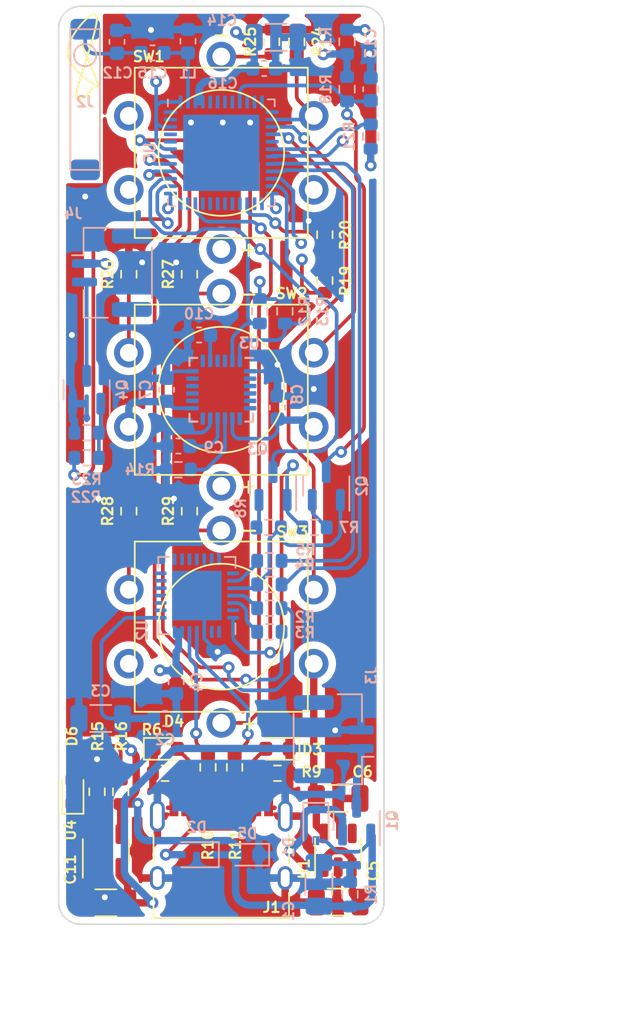
<source format=kicad_pcb>
(kicad_pcb (version 20211014) (generator pcbnew)
  (layers (0 "F.Cu" signal) (1 "In1.Cu" signal) (2 "In2.Cu" signal) (31 "B.Cu" signal) (34 "B.Paste" user) (35 "F.Paste" user) (36 "B.SilkS" user "B.Silkscreen") (37 "F.SilkS" user "F.Silkscreen") (38 "B.Mask" user) (39 "F.Mask" user) (44 "Edge.Cuts" user))
  (net 0 "")
  (net 1 "VBUS")
  (net 2 "GND")
  (net 3 "+3V3")
  (net 4 "Net-(C5-Pad1)")
  (net 5 "Net-(C9-Pad1)")
  (net 6 "Net-(C10-Pad1)")
  (net 7 "+BATT")
  (net 8 "Net-(C12-Pad1)")
  (net 9 "/EN")
  (net 10 "+3.3VA")
  (net 11 "/LNA_IN")
  (net 12 "Net-(D3-Pad2)")
  (net 13 "Net-(D4-Pad2)")
  (net 14 "Net-(D6-Pad1)")
  (net 15 "Net-(D6-Pad2)")
  (net 16 "/USB_RTS")
  (net 17 "Net-(Q2-Pad2)")
  (net 18 "/USB_DTR")
  (net 19 "Net-(Q3-Pad2)")
  (net 20 "/IO0")
  (net 21 "Net-(Q4-Pad1)")
  (net 22 "Net-(J4-Pad2)")
  (net 23 "/TXD0")
  (net 24 "/USB_RX")
  (net 25 "/RXD0")
  (net 26 "/USB_TX")
  (net 27 "/IO13")
  (net 28 "/IO15")
  (net 29 "/USB_CTS")
  (net 30 "/CC1")
  (net 31 "/CC2")
  (net 32 "Net-(R10-Pad2)")
  (net 33 "Net-(R11-Pad2)")
  (net 34 "/SCL")
  (net 35 "/SDA")
  (net 36 "Net-(R14-Pad1)")
  (net 37 "Net-(R15-Pad1)")
  (net 38 "/BATT_LEVEL")
  (net 39 "/IO12")
  (net 40 "/VB_MOTOR")
  (net 41 "/BT1")
  (net 42 "Net-(R25-Pad1)")
  (net 43 "/BT2")
  (net 44 "Net-(R27-Pad1)")
  (net 45 "/BT3")
  (net 46 "Net-(R29-Pad1)")
  (net 47 "/BT1_LED")
  (net 48 "/BT2_LED")
  (net 49 "/BT3_LED")
  (net 105 "Net-(D2-Pad2)")
  (footprint "Resistor_SMD:R_0603_1608Metric" (layer "F.Cu") (at 161.5 102.625 90)
    (fp_text reference "R19")
    (fp_text value "442K")
  )
  (footprint "Resistor_SMD:R_0603_1608Metric" (layer "F.Cu") (at 150.7 135.9 180)
    (fp_text reference "R6")
    (fp_text value "5.1K")
  )
  (footprint "MyFootprints_V6:LED_Push_Button" (layer "F.Cu") (at 154.5 126)
    (fp_text reference "SW3")
    (fp_text value "LBT")
  )
  (footprint "Resistor_SMD:R_0603_1608Metric" (layer "F.Cu") (at 148.25 118.2 90)
    (fp_text reference "R28")
    (fp_text value "10K")
  )
  (footprint "MyFootprints_V6:LED_Push_Button" (layer "F.Cu") (at 154.5 110)
    (fp_text reference "SW2")
    (fp_text value "LBT")
  )
  (footprint "My_Symbol:pheaktra_LOGO_2" (layer "F.Cu") (at 145.2 87.55)
    (fp_text reference "G***" hide)
    (fp_text value "LOGO" hide)
  )
  (footprint "LED_SMD:LED_0603_1608Metric" (layer "F.Cu") (at 144.45 137.15 90)
    (fp_text reference "D6")
    (fp_text value "Green")
  )
  (footprint "Resistor_SMD:R_0603_1608Metric" (layer "F.Cu") (at 152.35 118.2 90)
    (fp_text reference "R29")
    (fp_text value "330")
  )
  (footprint "Capacitor_SMD:C_1206_3216Metric" (layer "F.Cu") (at 162.4 137.6)
    (fp_text reference "C6")
    (fp_text value "2.2uF")
  )
  (footprint "Capacitor_SMD:C_1206_3216Metric" (layer "F.Cu") (at 146.7 144.65 180)
    (fp_text reference "C11")
    (fp_text value "10uF")
  )
  (footprint "Resistor_SMD:R_0603_1608Metric" (layer "F.Cu") (at 159.6 86.5 90)
    (fp_text reference "R24")
    (fp_text value "10K")
  )
  (footprint "Diode_SMD:D_0603_1608Metric" (layer "F.Cu") (at 158.3 134.25 180)
    (fp_text reference "D3")
    (fp_text value "ESD")
  )
  (footprint "Diode_SMD:D_0603_1608Metric" (layer "F.Cu") (at 150.75 134.25)
    (fp_text reference "D4")
    (fp_text value "ESD")
  )
  (footprint "Capacitor_SMD:C_1206_3216Metric" (layer "F.Cu") (at 162.4 144.6 180)
    (fp_text reference "C5")
    (fp_text value "1uF")
  )
  (footprint "Resistor_SMD:R_0603_1608Metric" (layer "F.Cu") (at 158.3 135.9)
    (fp_text reference "R9")
    (fp_text value "5.1K")
  )
  (footprint "Resistor_SMD:R_0603_1608Metric" (layer "F.Cu") (at 152.35 102.2 90)
    (fp_text reference "R27")
    (fp_text value "330")
  )
  (footprint "Package_TO_SOT_SMD:SOT-23-5" (layer "F.Cu") (at 146.7 141.15 90)
    (fp_text reference "U4")
    (fp_text value "MCP73831-2-OT")
  )
  (footprint "Resistor_SMD:R_0603_1608Metric" (layer "F.Cu") (at 146.1 137.15 90)
    (fp_text reference "R15")
    (fp_text value "3.3k")
  )
  (footprint "Resistor_SMD:R_0603_1608Metric" (layer "F.Cu") (at 157.9 86.5 90)
    (fp_text reference "R25")
    (fp_text value "330")
  )
  (footprint "Resistor_SMD:R_0603_1608Metric" (layer "F.Cu") (at 148.25 102.2 90)
    (fp_text reference "R26")
    (fp_text value "10K")
  )
  (footprint "Resistor_SMD:R_0603_1608Metric" (layer "F.Cu") (at 147.7 137.15 -90)
    (fp_text reference "R16")
    (fp_text value "2K")
  )
  (footprint "Connector_USB:USB_C_Receptacle_XKB_U262-16XN-4BVC11" (layer "F.Cu") (at 154.5 141.9)
    (fp_text reference "J1")
    (fp_text value "USB_C_Receptacle_USB2.0")
  )
  (footprint "MyFootprints_V6:LED_Push_Button" (layer "F.Cu") (at 154.5 94)
    (fp_text reference "SW1")
    (fp_text value "LBT")
  )
  (footprint "Package_TO_SOT_SMD:SOT-23-5" (layer "F.Cu") (at 162.4 141.1 90)
    (fp_text reference "U1")
    (fp_text value "LP2985-3.3")
  )
  (footprint "Resistor_SMD:R_0603_1608Metric" (layer "F.Cu") (at 161.5 99.525 90)
    (fp_text reference "R20")
    (fp_text value "160K")
  )
  (footprint "Resistor_SMD:R_0603_1608Metric" (layer "F.Cu") (at 153.6 135.5 90)
    (fp_text reference "R10")
    (fp_text value "0R")
  )
  (footprint "Resistor_SMD:R_0603_1608Metric" (layer "F.Cu") (at 155.4 135.5 90)
    (fp_text reference "R11")
    (fp_text value "0R")
  )
  (footprint "Resistor_SMD:R_0603_1608Metric" (layer "B.Cu") (at 145.4 114.6)
    (fp_text reference "R22")
    (fp_text value "330")
  )
  (footprint "Resistor_SMD:R_0603_1608Metric" (layer "B.Cu") (at 164.6 92.9 90)
    (fp_text reference "R21")
    (fp_text value "10K")
  )
  (footprint "Inductor_SMD:L_0603_1608Metric" (layer "B.Cu") (at 152.25 86.4625 -90)
    (fp_text reference "L1")
    (fp_text value "1.6nH")
  )
  (footprint "Capacitor_SMD:C_0603_1608Metric" (layer "B.Cu") (at 157.4 88.3)
    (fp_text reference "C16")
    (fp_text value "0.1uF")
  )
  (footprint "Resistor_SMD:R_0603_1608Metric" (layer "B.Cu") (at 157.7 119.3 180)
    (fp_text reference "R8")
    (fp_text value "10K")
  )
  (footprint "Resistor_SMD:R_0603_1608Metric" (layer "B.Cu") (at 145.4 112.9 180)
    (fp_text reference "R23")
    (fp_text value "5.1K")
  )
  (footprint "Package_TO_SOT_SMD:SOT-23" (layer "B.Cu") (at 158 116.5 90)
    (fp_text reference "Q3")
    (fp_text value "S8050")
  )
  (footprint "Capacitor_SMD:C_0603_1608Metric" (layer "B.Cu") (at 158.3 111.2 90)
    (fp_text reference "C8")
    (fp_text value "0.01uF")
  )
  (footprint "Resistor_SMD:R_0603_1608Metric" (layer "B.Cu") (at 160.8 119.3)
    (fp_text reference "R7")
    (fp_text value "10K")
  )
  (footprint "Capacitor_SMD:C_1206_3216Metric" (layer "B.Cu") (at 158.2 86.2)
    (fp_text reference "C14")
    (fp_text value "10uF")
  )
  (footprint "Package_DFN_QFN:QFN-28-1EP_5x5mm_P0.5mm_EP3.35x3.35mm" (layer "B.Cu") (at 152.85 123.9 90)
    (fp_text reference "U2")
    (fp_text value "CP2102N-Axx-xQFN28")
  )
  (footprint "MyFootprints_V6:AN9520_Rainsun" (layer "B.Cu") (at 145.3 90.4 180)
    (fp_text reference "J2")
    (fp_text value "ANT_AN9520")
  )
  (footprint "Connector_Molex:Molex_CLIK-Mate_502386-0270_1x02-1MP_P1.25mm_Horizontal" (layer "B.Cu") (at 147.1 102.1 -90)
    (fp_text reference "J4")
    (fp_text value "VB_MOTOR")
  )
  (footprint "Capacitor_SMD:C_0603_1608Metric" (layer "B.Cu") (at 164.6 89.7 90)
    (fp_text reference "C13")
    (fp_text value "0.1uF")
  )
  (footprint "Capacitor_SMD:C_0603_1608Metric" (layer "B.Cu") (at 147.45 86.5 90)
    (fp_text reference "C12")
    (fp_text value "2.7pF")
  )
  (footprint "Resistor_SMD:R_0603_1608Metric" (layer "B.Cu") (at 163 89.7 -90)
    (fp_text reference "R18")
    (fp_text value "10K")
  )
  (footprint "Capacitor_SMD:C_0603_1608Metric" (layer "B.Cu") (at 153 106.3 180)
    (fp_text reference "C10")
    (fp_text value "2.2nF")
  )
  (footprint "Capacitor_SMD:C_0603_1608Metric" (layer "B.Cu") (at 150.7 132.2)
    (fp_text reference "C2")
    (fp_text value "0.1uF")
  )
  (footprint "Package_TO_SOT_SMD:SOT-23" (layer "B.Cu") (at 145.4 110 90)
    (fp_text reference "Q4")
    (fp_text value "MMBF170")
  )
  (footprint "Capacitor_SMD:C_0603_1608Metric" (layer "B.Cu") (at 151.6 113.8 180)
    (fp_text reference "C9")
    (fp_text value "0.1uF")
  )
  (footprint "Capacitor_SMD:C_0603_1608Metric" (layer "B.Cu") (at 151.45 129.75 -90)
    (fp_text reference "C4")
    (fp_text value "0.1uF")
  )
  (footprint "Capacitor_SMD:C_0603_1608Metric" (layer "B.Cu") (at 149.85 87.25)
    (fp_text reference "C15")
    (fp_text value "4.7pF")
  )
  (footprint "Package_DFN_QFN:QFN-48-1EP_7x7mm_P0.5mm_EP5.15x5.15mm" (layer "B.Cu") (at 154.5 94 -90)
    (fp_text reference "U5")
    (fp_text value "ESP32-PICO-V3")
  )
  (footprint "Connector_Molex:Molex_CLIK-Mate_502386-0270_1x02-1MP_P1.25mm_Horizontal" (layer "B.Cu") (at 162.1 133.6 90)
    (fp_text reference "J3")
    (fp_text value "Battery")
  )
  (footprint "Resistor_SMD:R_0603_1608Metric" (layer "B.Cu") (at 157.75 121.55 180)
    (fp_text reference "R5")
    (fp_text value "0R(NC)")
  )
  (footprint "Resistor_SMD:R_0603_1608Metric" (layer "B.Cu") (at 158.8 104.7 -90)
    (fp_text reference "R13")
    (fp_text value "4.7k")
  )
  (footprint "Package_TO_SOT_SMD:SOT-23" (layer "B.Cu") (at 163.65 139.1 90)
    (fp_text reference "Q1")
    (fp_text value "MMBF170")
  )
  (footprint "Resistor_SMD:R_0603_1608Metric" (layer "B.Cu") (at 163 86.5 -90)
    (fp_text reference "R17")
    (fp_text value "0R")
  )
  (footprint "Capacitor_SMD:C_0603_1608Metric" (layer "B.Cu") (at 150.8 110 -90)
    (fp_text reference "C7")
    (fp_text value "0.01uF")
  )
  (footprint "Resistor_SMD:R_0603_1608Metric" (layer "B.Cu") (at 157.75 124.75 180)
    (fp_text reference "R2")
    (fp_text value "0R")
  )
  (footprint "Package_TO_SOT_SMD:SOT-23" (layer "B.Cu") (at 161.6 116.5 90)
    (fp_text reference "Q2")
    (fp_text value "S8050")
  )
  (footprint "Resistor_SMD:R_0603_1608Metric" (layer "B.Cu") (at 157.75 123.15 180)
    (fp_text reference "R4")
    (fp_text value "0R(NC)")
  )
  (footprint "Resistor_SMD:R_0603_1608Metric" (layer "B.Cu") (at 157.1 104.7 -90)
    (fp_text reference "R12")
    (fp_text value "4.7k")
  )
  (footprint "Resistor_SMD:R_0603_1608Metric" (layer "B.Cu") (at 157.75 126.35 180)
    (fp_text reference "R3")
    (fp_text value "0R")
  )
  (footprint "Capacitor_SMD:C_1206_3216Metric" (layer "B.Cu") (at 161.1 143.4 90)
    (fp_text reference "C1")
    (fp_text value "10uF")
  )
  (footprint "Diode_SMD:D_SOD-323" (layer "B.Cu") (at 160.9 139.4 -90)
    (fp_text reference "D1")
    (fp_text value "SD103AWS")
  )
  (footprint "Resistor_SMD:R_0603_1608Metric" (layer "B.Cu") (at 163.2 144.075 90)
    (fp_text reference "R1")
    (fp_text value "100K")
  )
  (footprint "Diode_SMD:D_SOD-323" (layer "B.Cu") (at 152.8375 141.4 180)
    (fp_text reference "D2")
    (fp_text value "SD103AWS")
  )
  (footprint "Diode_SMD:D_0603_1608Metric" (layer "B.Cu") (at 156.25 141.4 180)
    (fp_text reference "D5")
    (fp_text value "ESD")
  )
  (footprint "Resistor_SMD:R_0603_1608Metric" (layer "B.Cu") (at 151.6 115.4 180)
    (fp_text reference "R14")
    (fp_text value "4.7k")
  )
  (footprint "Sensor_Motion:InvenSense_QFN-24_4x4mm_P0.5mm" (layer "B.Cu") (at 154.5 110 180)
    (fp_text reference "U3")
    (fp_text value "MPU-6050")
  )
  (footprint "Capacitor_SMD:C_1206_3216Metric" (layer "B.Cu") (at 146.35 132.2 180)
    (fp_text reference "C3")
    (fp_text value "10uF")
  )
  (gr_line (start 143.5 144.6) (end 143.5 85.6) (layer "Edge.Cuts") (width 0.1))
  (gr_arc (start 164 84.1) (mid 165.06066 84.53934) (end 165.5 85.6) (layer "Edge.Cuts") (width 0.1))
  (gr_arc (start 145 146.1) (mid 143.93934 145.66066) (end 143.5 144.6) (layer "Edge.Cuts") (width 0.1))
  (gr_line (start 164 146.1) (end 145 146.1) (layer "Edge.Cuts") (width 0.1))
  (gr_line (start 145 84.1) (end 164 84.1) (layer "Edge.Cuts") (width 0.1))
  (gr_arc (start 143.5 85.6) (mid 143.93934 84.53934) (end 145 84.1) (layer "Edge.Cuts") (width 0.1))
  (gr_line (start 165.5 85.6) (end 165.5 144.6) (layer "Edge.Cuts") (width 0.1))
  (gr_arc (start 165.5 144.6) (mid 165.06066 145.66066) (end 164 146.1) (layer "Edge.Cuts") (width 0.1))
  (segment (start 147.7 137.975) (end 147.717893 137.975) (width 0.5) (layer "F.Cu") (net 1))
  (segment (start 147.7 139.9625) (end 147.65 140.0125) (width 0.5) (layer "F.Cu") (net 1))
  (segment (start 148.825 137.975) (end 148.85 137.95) (width 0.5) (layer "F.Cu") (net 1))
  (segment (start 147.7 137.975) (end 148.825 137.975) (width 0.5) (layer "F.Cu") (net 1))
  (segment (start 148.75 136.942893) (end 148.75 134.907107) (width 0.5) (layer "F.Cu") (net 1))
  (segment (start 147.7 137.975) (end 147.7 139.9625) (width 0.5) (layer "F.Cu") (net 1))
  (segment (start 148.071447 137.828553) (end 148.603554 137.296446) (width 0.5) (layer "F.Cu") (net 1))
  (segment (start 148.603553 134.553553) (end 148.4 134.35) (width 0.5) (layer "F.Cu") (net 1))
  (via (at 148.85 137.95) (size 0.8) (drill 0.4) (layers "F.Cu" "B.Cu") (net 1))
  (via (at 148.4 134.35) (size 0.8) (drill 0.4) (layers "F.Cu" "B.Cu") (net 1))
  (arc (start 148.75 134.907107) (mid 148.71194 134.715765) (end 148.603553 134.553553) (width 0.5) (layer "F.Cu") (net 1))
  (arc (start 148.071447 137.828553) (mid 147.909235 137.93694) (end 147.717893 137.975) (width 0.5) (layer "F.Cu") (net 1))
  (arc (start 148.603554 137.296446) (mid 148.71194 137.134234) (end 148.75 136.942893) (width 0.5) (layer "F.Cu") (net 1))
  (segment (start 161.0375 144.8125) (end 161.1 144.875) (width 0.5) (layer "B.Cu") (net 1))
  (segment (start 161.696447 140.596447) (end 162.153554 141.053554) (width 0.25) (layer "B.Cu") (net 1))
  (segment (start 149.55 140.45) (end 154.910051 140.45) (width 0.5) (layer "B.Cu") (net 1))
  (segment (start 155.405026 140.655026) (end 155.4625 140.7125) (width 0.5) (layer "B.Cu") (net 1))
  (segment (start 147.825 132.2) (end 146.957107 132.2) (width 0.25) (layer "B.Cu") (net 1))
  (segment (start 147.825 132.2) (end 149.925 132.2) (width 0.5) (layer "B.Cu") (net 1))
  (segment (start 146.603553 132.053553) (end 146.546446 131.996446) (width 0.25) (layer "B.Cu") (net 1))
  (segment (start 164.7 140.1375) (end 164.6 140.0375) (width 0.5) (layer "B.Cu") (net 1))
  (segment (start 147.825 132.2) (end 147.825 133.567893) (width 0.5) (layer "B.Cu") (net 1))
  (segment (start 155.4625 141.4) (end 155.4625 143.8125) (width 0.5) (layer "B.Cu") (net 1))
  (segment (start 161.1 144.875) (end 163.175 144.875) (width 0.5) (layer "B.Cu") (net 1))
  (segment (start 156.4625 144.8125) (end 161.0375 144.8125) (width 0.5) (layer "B.Cu") (net 1))
  (segment (start 164.046447 141.053553) (end 164.453554 140.646446) (width 0.25) (layer "B.Cu") (net 1))
  (segment (start 164.6 140.292893) (end 164.6 140.0375) (width 0.25) (layer "B.Cu") (net 1))
  (segment (start 146.4 127.207107) (end 146.4 131.642893) (width 0.25) (layer "B.Cu") (net 1))
  (segment (start 162.507107 141.2) (end 163.692893 141.2) (width 0.25) (layer "B.Cu") (net 1))
  (segment (start 150.4 125.4) (end 148.207107 125.4) (width 0.25) (layer "B.Cu") (net 1))
  (segment (start 163.175 144.875) (end 163.2 144.9) (width 0.5) (layer "B.Cu") (net 1))
  (segment (start 153.8875 141.4) (end 155.4625 141.4) (width 0.5) (layer "B.Cu") (net 1))
  (segment (start 155.4625 140.7125) (end 155.4625 141.4) (width 0.5) (layer "B.Cu") (net 1))
  (segment (start 147.853553 125.546447) (end 146.546446 126.853554) (width 0.25) (layer "B.Cu") (net 1))
  (segment (start 164.7 144.192893) (end 164.7 140.1375) (width 0.5) (layer "B.Cu") (net 1))
  (segment (start 160.9 140.45) (end 161.342893 140.45) (width 0.25) (layer "B.Cu") (net 1))
  (segment (start 164.346447 144.753553) (end 164.553554 144.546446) (width 0.5) (layer "B.Cu") (net 1))
  (segment (start 148.85 137.95) (end 148.85 139.75) (width 0.5) (layer "B.Cu") (net 1))
  (segment (start 147.971447 133.921447) (end 148.4 134.35) (width 0.5) (layer "B.Cu") (net 1))
  (segment (start 163.2 144.9) (end 163.992893 144.9) (width 0.5) (layer "B.Cu") (net 1))
  (arc (start 164.453554 140.646446) (mid 164.56194 140.484234) (end 164.6 140.292893) (width 0.25) (layer "B.Cu") (net 1))
  (arc (start 147.825 133.567893) (mid 147.86306 133.759235) (end 147.971447 133.921447) (width 0.5) (layer "B.Cu") (net 1))
  (arc (start 164.553554 144.546446) (mid 164.66194 144.384234) (end 164.7 144.192893) (width 0.5) (layer "B.Cu") (net 1))
  (arc (start 163.992893 144.9) (mid 164.184235 144.86194) (end 164.346447 144.753553) (width 0.5) (layer "B.Cu") (net 1))
  (arc (start 161.696447 140.596447) (mid 161.534235 140.48806) (end 161.342893 140.45) (width 0.25) (layer "B.Cu") (net 1))
  (arc (start 146.4 127.207107) (mid 146.43806 127.015766) (end 146.546446 126.853554) (width 0.25) (layer "B.Cu") (net 1))
  (arc (start 147.853553 125.546447) (mid 148.015765 125.43806) (end 148.207107 125.4) (width 0.25) (layer "B.Cu") (net 1))
  (arc (start 146.603553 132.053553) (mid 146.765765 132.16194) (end 146.957107 132.2) (width 0.25) (layer "B.Cu") (net 1))
  (arc (start 164.046447 141.053553) (mid 163.884235 141.16194) (end 163.692893 141.2) (width 0.25) (layer "B.Cu") (net 1))
  (arc (start 156.4625 144.8125) (mid 155.755393 144.519607) (end 155.4625 143.8125) (width 0.5) (layer "B.Cu") (net 1))
  (arc (start 148.85 139.75) (mid 149.055025 140.244975) (end 149.55 140.45) (width 0.5) (layer "B.Cu") (net 1))
  (arc (start 162.153554 141.053554) (mid 162.315766 141.16194) (end 162.507107 141.2) (width 0.25) (layer "B.Cu") (net 1))
  (arc (start 146.546446 131.996446) (mid 146.43806 131.834234) (end 146.4 131.642893) (width 0.25) (layer "B.Cu") (net 1))
  (arc (start 154.910051 140.45) (mid 155.17793 140.503284) (end 155.405026 140.655026) (width 0.5) (layer "B.Cu") (net 1))
  (segment (start 146.7 144.2) (end 146.625 144.275) (width 0.5) (layer "F.Cu") (net 2))
  (segment (start 160.5 98.7) (end 160.4 98.6) (width 0.25) (layer "F.Cu") (net 2))
  (segment (start 146.25 144.65) (end 145.225 144.65) (width 0.5) (layer "F.Cu") (net 2))
  (segment (start 146.7 142.2875) (end 146.7 144.2) (width 0.5) (layer "F.Cu") (net 2))
  (segment (start 151.325 117.375) (end 151.3 117.35) (width 0.25) (layer "F.Cu") (net 2))
  (segment (start 149.125 101.375) (end 149.15 101.4) (width 0.5) (layer "F.Cu") (net 2))
  (segment (start 151.475 101.375) (end 151.45 101.4) (width 0.5) (layer "F.Cu") (net 2))
  (segment (start 152.35 117.375) (end 151.325 117.375) (width 0.25) (layer "F.Cu") (net 2))
  (segment (start 152.35 101.375) (end 151.475 101.375) (width 0.5) (layer "F.Cu") (net 2))
  (segment (start 146.1 136.325) (end 146.1 134.95) (width 0.25) (layer "F.Cu") (net 2))
  (segment (start 146.625 144.275) (end 146.25 144.65) (width 0.5) (layer "F.Cu") (net 2))
  (segment (start 148.25 101.375) (end 149.125 101.375) (width 0.5) (layer "F.Cu") (net 2))
  (segment (start 161.5 98.7) (end 160.5 98.7) (width 0.25) (layer "F.Cu") (net 2))
  (via (at 154.25 127.7) (size 0.8) (drill 0.4) (layers "F.Cu" "B.Cu") (net 2))
  (via (at 149.75 85.7) (size 0.8) (drill 0.4) (layers "F.Cu" "B.Cu") (net 2))
  (via (at 160.4 98.6) (size 0.8) (drill 0.4) (layers "F.Cu" "B.Cu") (net 2))
  (via (at 146.625 144.275) (size 0.8) (drill 0.4) (layers "F.Cu" "B.Cu") (net 2))
  (via (at 154.6 91.95) (size 0.8) (drill 0.4) (layers "F.Cu" "B.Cu") (net 2))
  (via (at 149.15 101.4) (size 0.8) (drill 0.4) (layers "F.Cu" "B.Cu") (net 2))
  (via (at 161.35 86.2) (size 0.8) (drill 0.4) (layers "F.Cu" "B.Cu") (net 2))
  (via (at 151.3 117.35) (size 0.8) (drill 0.4) (layers "F.Cu" "B.Cu") (net 2))
  (via (at 144.4 106.3) (size 0.8) (drill 0.4) (layers "F.Cu" "B.Cu") (net 2))
  (via (at 151.45 101.4) (size 0.8) (drill 0.4) (layers "F.Cu" "B.Cu") (net 2))
  (via (at 158.3 108.3) (size 0.8) (drill 0.4) (layers "F.Cu" "B.Cu") (net 2))
  (via (at 162.2 133) (size 0.8) (drill 0.4) (layers "F.Cu" "B.Cu") (net 2))
  (via (at 152.45 91.95) (size 0.8) (drill 0.4) (layers "F.Cu" "B.Cu") (net 2))
  (via (at 164.5 87.3) (size 0.8) (drill 0.4) (layers "F.Cu" "B.Cu") (net 2))
  (via (at 156.45 91.95) (size 0.8) (drill 0.4) (layers "F.Cu" "B.Cu") (net 2))
  (via (at 146.1 134.95) (size 0.8) (drill 0.4) (layers "F.Cu" "B.Cu") (net 2))
  (via (at 146.2 117.35) (size 0.8) (drill 0.4) (layers "F.Cu" "B.Cu") (net 2))
  (via (at 160.75 109.95) (size 0.8) (drill 0.4) (layers "F.Cu" "B.Cu") (net 2))
  (via (at 145.3 96.95) (size 0.8) (drill 0.4) (layers "F.Cu" "B.Cu") (net 2))
  (segment (start 150.8 113.775) (end 150.825 113.8) (width 0.25) (layer "B.Cu") (net 2))
  (segment (start 153.35 126.8) (end 154.25 127.7) (width 0.25) (layer "B.Cu") (net 2))
  (segment (start 153.35 126.35) (end 153.35 126.8) (width 0.25) (layer "B.Cu") (net 2))
  (segment (start 158.3 109.407107) (end 158.3 110.425) (width 0.25) (layer "B.Cu") (net 2))
  (segment (start 152.55 108.75) (end 151.482107 108.75) (width 0.25) (layer "B.Cu") (net 2))
  (segment (start 156.45 108.75) (end 157.642893 108.75) (width 0.25) (layer "B.Cu") (net 2))
  (segment (start 150.8 113.4) (end 150.8 113.775) (width 0.25) (layer "B.Cu") (net 2))
  (segment (start 153.603553 112.586453) (end 153.436452 112.753554) (width 0.25) (layer "B.Cu") (net 2))
  (segment (start 153.35 124.4) (end 152.85 123.9) (width 0.25) (layer "B.Cu") (net 2))
  (segment (start 153.75 111.95) (end 153.75 112.232899) (width 0.25) (layer "B.Cu") (net 2))
  (segment (start 153.35 126.35) (end 153.35 124.4) (width 0.25) (layer "B.Cu") (net 2))
  (segment (start 157.996447 108.896447) (end 158.153554 109.053554) (width 0.25) (layer "B.Cu") (net 2))
  (segment (start 151.128553 108.896447) (end 150.8 109.225) (width 0.25) (layer "B.Cu") (net 2))
  (segment (start 153.082899 112.9) (end 151.3 112.9) (width 0.25) (layer "B.Cu") (net 2))
  (arc (start 153.603553 112.586453) (mid 153.71194 112.424241) (end 153.75 112.232899) (width 0.25) (layer "B.Cu") (net 2))
  (arc (start 153.082899 112.9) (mid 153.27424 112.86194) (end 153.436452 112.753554) (width 0.25) (layer "B.Cu") (net 2))
  (arc (start 151.3 112.9) (mid 150.946447 113.046447) (end 150.8 113.4) (width 0.25) (layer "B.Cu") (net 2))
  (arc (start 151.482107 108.75) (mid 151.290765 108.78806) (end 151.128553 108.896447) (width 0.25) (layer "B.Cu") (net 2))
  (arc (start 157.996447 108.896447) (mid 157.834235 108.78806) (end 157.642893 108.75) (width 0.25) (layer "B.Cu") (net 2))
  (arc (start 158.3 109.407107) (mid 158.26194 109.215766) (end 158.153554 109.053554) (width 0.25) (layer "B.Cu") (net 2))
  (segment (start 160.75 128.5) (end 160.75 137.425) (width 0.5) (layer "F.Cu") (net 3))
  (segment (start 160.75 137.425) (end 160.925 137.6) (width 0.5) (layer "F.Cu") (net 3))
  (segment (start 160.925 137.6) (end 160.925 139.4375) (width 0.5) (layer "F.Cu") (net 3))
  (segment (start 160.925 139.4375) (end 161.45 139.9625) (width 0.5) (layer "F.Cu") (net 3))
  (via (at 150.35 128.95) (size 0.8) (drill 0.4) (layers "F.Cu" "B.Cu") (net 3))
  (via (at 164.2 85.7) (size 0.8) (drill 0.4) (layers "F.Cu" "B.Cu") (net 3))
  (via (at 164.6 94.85) (size 0.8) (drill 0.4) (layers "F.Cu" "B.Cu") (net 3))
  (via (at 157.1 102.7) (size 0.8) (drill 0.4) (layers "F.Cu" "B.Cu") (net 3))
  (via (at 146.65 101.5) (size 0.8) (drill 0.4) (layers "F.Cu" "B.Cu") (net 3))
  (segment (start 158.153553 112.996447) (end 157.996446 113.153554) (width 0.25) (layer "B.Cu") (net 3))
  (segment (start 158.375 112.05) (end 160.3 112.05) (width 0.5) (layer "B.Cu") (net 3))
  (segment (start 160.3 112.05) (end 160.75 112.5) (width 0.5) (layer "B.Cu") (net 3))
  (segment (start 151.45 127.7) (end 151.6 127.55) (width 0.5) (layer "B.Cu") (net 3))
  (segment (start 158.3 111.975) (end 158.375 112.05) (width 0.5) (layer "B.Cu") (net 3))
  (segment (start 148.75 110.8) (end 150.775 110.8) (width 0.5) (layer "B.Cu") (net 3))
  (segment (start 157.1 103.875) (end 158.8 103.875) (width 0.25) (layer "B.Cu") (net 3))
  (segment (start 163 85.675) (end 164.175 85.675) (width 0.5) (layer "B.Cu") (net 3))
  (segment (start 155.25 111.95) (end 155.25 112.792893) (width 0.25) (layer "B.Cu") (net 3))
  (segment (start 151.45 128.975) (end 150.375 128.975) (width 0.5) (layer "B.Cu") (net 3))
  (segment (start 164.6 93.725) (end 164.6 94.85) (width 0.5) (layer "B.Cu") (net 3))
  (segment (start 158.3 111.975) (end 158.3 112.642893) (width 0.25) (layer "B.Cu") (net 3))
  (segment (start 155.757107 113.3) (end 157.642893 113.3) (width 0.25) (layer "B.Cu") (net 3))
  (segment (start 150.375 128.975) (end 150.35 128.95) (width 0.5) (layer "B.Cu") (net 3))
  (segment (start 148.25 112.5) (end 148.25 111.3) (width 0.5) (layer "B.Cu") (net 3))
  (segment (start 155.396447 113.146447) (end 155.403554 113.153554) (width 0.25) (layer "B.Cu") (net 3))
  (segment (start 151.128553 111.103553) (end 150.8 110.775) (width 0.25) (layer "B.Cu") (net 3))
  (segment (start 145.25 101.475) (end 146.625 101.475) (width 0.5) (layer "B.Cu") (net 3))
  (segment (start 152.55 111.25) (end 151.482107 111.25) (width 0.25) (layer "B.Cu") (net 3))
  (segment (start 157.1 103.875) (end 157.1 102.7) (width 0.25) (layer "B.Cu") (net 3))
  (segment (start 151.6 126.35) (end 151.6 127.55) (width 0.5) (layer "B.Cu") (net 3))
  (segment (start 150.775 110.8) (end 150.8 110.775) (width 0.5) (layer "B.Cu") (net 3))
  (segment (start 151.45 128.975) (end 151.45 127.7) (width 0.5) (layer "B.Cu") (net 3))
  (segment (start 146.625 101.475) (end 146.65 101.5) (width 0.5) (layer "B.Cu") (net 3))
  (segment (start 164.175 85.675) (end 164.2 85.7) (width 0.5) (layer "B.Cu") (net 3))
  (arc (start 157.996446 113.153554) (mid 157.834234 113.26194) (end 157.642893 113.3) (width 0.25) (layer "B.Cu") (net 3))
  (arc (start 148.75 110.8) (mid 148.396447 110.946447) (end 148.25 111.3) (width 0.5) (layer "B.Cu") (net 3))
  (arc (start 155.396447 113.146447) (mid 155.28806 112.984235) (end 155.25 112.792893) (width 0.25) (layer "B.Cu") (net 3))
  (arc (start 151.482107 111.25) (mid 151.290765 111.21194) (end 151.128553 111.103553) (width 0.25) (layer "B.Cu") (net 3))
  (arc (start 155.757107 113.3) (mid 155.565766 113.26194) (end 155.403554 113.153554) (width 0.25) (layer "B.Cu") (net 3))
  (arc (start 158.3 112.642893) (mid 158.26194 112.834235) (end 158.153553 112.996447) (width 0.25) (layer "B.Cu") (net 3))
  (segment (start 161.596447 141.530704) (end 161.855225 141.271926) (width 0.5) (layer "F.Cu") (net 4))
  (segment (start 163.35 142.2375) (end 163.35 143.867893) (width 0.5) (layer "F.Cu") (net 4))
  (segment (start 163.496447 144.221447) (end 163.875 144.6) (width 0.5) (layer "F.Cu") (net 4))
  (segment (start 161.4375 142.25) (end 161.45 142.2375) (width 0.5) (layer "F.Cu") (net 4))
  (segment (start 161.45 142.2375) (end 161.45 141.884258) (width 0.5) (layer "F.Cu") (net 4))
  (segment (start 162.208778 141.12548) (end 162.591222 141.12548) (width 0.5) (layer "F.Cu") (net 4))
  (segment (start 159.15 141.15) (end 160.103554 142.103554) (width 0.5) (layer "F.Cu") (net 4))
  (segment (start 160.457107 142.25) (end 161.4375 142.25) (width 0.5) (layer "F.Cu") (net 4))
  (segment (start 162.944776 141.271927) (end 163.203554 141.530705) (width 0.5) (layer "F.Cu") (net 4))
  (segment (start 163.35 141.884258) (end 163.35 142.2375) (width 0.5) (layer "F.Cu") (net 4))
  (via (at 159.15 141.15) (size 0.8) (drill 0.4) (layers "F.Cu" "B.Cu") (net 4))
  (arc (start 161.596447 141.530704) (mid 161.48806 141.692916) (end 161.45 141.884258) (width 0.5) (layer "F.Cu") (net 4))
  (arc (start 162.208778 141.12548) (mid 162.017437 141.16354) (end 161.855225 141.271926) (width 0.5) (layer "F.Cu") (net 4))
  (arc (start 163.203554 141.530705) (mid 163.31194 141.692917) (end 163.35 141.884258) (width 0.5) (layer "F.Cu") (net 4))
  (arc (start 163.35 143.867893) (mid 163.38806 144.059235) (end 163.496447 144.221447) (width 0.5) (layer "F.Cu") (net 4))
  (arc (start 162.591222 141.12548) (mid 162.782564 141.16354) (end 162.944776 141.271927) (width 0.5) (layer "F.Cu") (net 4))
  (arc (start 160.103554 142.103554) (mid 160.265766 142.21194) (end 160.457107 142.25) (width 0.5) (layer "F.Cu") (net 4))
  (segment (start 160.1 138.85) (end 160.1 139.992893) (width 0.5) (layer "B.Cu") (net 4))
  (segment (start 159.953553 140.346447) (end 159.15 141.15) (width 0.5) (layer "B.Cu") (net 4))
  (segment (start 161.992893 138.35) (end 160.9 138.35) (width 0.5) (layer "B.Cu") (net 4))
  (segment (start 159.15 141.15) (end 159.15 141.107107) (width 0.5) (layer "B.Cu") (net 4))
  (segment (start 162.7 140.0375) (end 162.7 139.057107) (width 0.5) (layer "B.Cu") (net 4))
  (segment (start 162.553553 138.703553) (end 162.346446 138.496446) (width 0.5) (layer "B.Cu") (net 4))
  (segment (start 160.9 138.35) (end 160.6 138.35) (width 0.5) (layer "B.Cu") (net 4))
  (arc (start 159.953553 140.346447) (mid 160.06194 140.184235) (end 160.1 139.992893) (width 0.5) (layer "B.Cu") (net 4))
  (arc (start 161.992893 138.35) (mid 162.184234 138.38806) (end 162.346446 138.496446) (width 0.5) (layer "B.Cu") (net 4))
  (arc (start 160.1 138.85) (mid 160.246447 138.496447) (end 160.6 138.35) (width 0.5) (layer "B.Cu") (net 4))
  (arc (start 162.553553 138.703553) (mid 162.66194 138.865765) (end 162.7 139.057107) (width 0.5) (layer "B.Cu") (net 4))
  (segment (start 153.542893 113.8) (end 152.375 113.8) (width 0.25) (layer "B.Cu") (net 5))
  (segment (start 154.25 111.95) (end 154.25 113.092893) (width 0.25) (layer "B.Cu") (net 5))
  (segment (start 154.103553 113.446447) (end 153.896446 113.653554) (width 0.25) (layer "B.Cu") (net 5))
  (arc (start 153.896446 113.653554) (mid 153.734234 113.76194) (end 153.542893 113.8) (width 0.25) (layer "B.Cu") (net 5))
  (arc (start 154.103553 113.446447) (mid 154.21194 113.284235) (end 154.25 113.092893) (width 0.25) (layer "B.Cu") (net 5))
  (segment (start 153.75 108.05) (end 153.75 106.325) (width 0.25) (layer "B.Cu") (net 6))
  (segment (start 153.75 106.325) (end 153.775 106.3) (width 0.25) (layer "B.Cu") (net 6))
  (segment (start 147.65 142.2875) (end 147.65 142.85) (width 0.5) (layer "F.Cu") (net 7))
  (segment (start 148.175 143.375) (end 148.175 144.65) (width 0.5) (layer "F.Cu") (net 7))
  (segment (start 149.85 144.65) (end 148.175 144.65) (width 0.5) (layer "F.Cu") (net 7))
  (segment (start 161.5 103.45) (end 160.45 103.45) (width 0.25) (layer "F.Cu") (net 7))
  (segment (start 160.45 103.45) (end 159.95 102.95) (width 0.25) (layer "F.Cu") (net 7))
  (segment (start 159.95 102.95) (end 159.95 101.2) (width 0.25) (layer "F.Cu") (net 7))
  (segment (start 147.65 142.85) (end 148.175 143.375) (width 0.5) (layer "F.Cu") (net 7))
  (via (at 149.85 144.65) (size 0.8) (drill 0.4) (layers "F.Cu" "B.Cu") (net 7))
  (via (at 159.95 101.2) (size 0.8) (drill 0.4) (layers "F.Cu" "B.Cu") (net 7))
  (segment (start 163.65 138.1625) (end 163.65 136.307107) (width 0.5) (layer "B.Cu") (net 7))
  (segment (start 151.168597 134.430026) (end 148.155524 137.443099) (width 0.5) (layer "B.Cu") (net 7))
  (segment (start 163.803553 135.946447) (end 163.796446 135.953554) (width 0.5) (layer "B.Cu") (net 7))
  (segment (start 148.155525 142.955525) (end 149.85 144.65) (width 0.5) (layer "B.Cu") (net 7))
  (segment (start 163.95 134.225) (end 163.95 135.592893) (width 0.5) (layer "B.Cu") (net 7))
  (segment (start 147.950499 137.938073) (end 147.950499 142.46055) (width 0.5) (layer "B.Cu") (net 7))
  (segment (start 163.95 134.225) (end 151.663572 134.225) (width 0.5) (layer "B.Cu") (net 7))
  (arc (start 148.155525 142.955525) (mid 148.003784 142.728429) (end 147.950499 142.46055) (width 0.5) (layer "B.Cu") (net 7))
  (arc (start 163.65 136.307107) (mid 163.68806 136.115766) (end 163.796446 135.953554) (width 0.5) (layer "B.Cu") (net 7))
  (arc (start 151.663572 134.225) (mid 151.395693 134.278284) (end 151.168597 134.430026) (width 0.5) (layer "B.Cu") (net 7))
  (arc (start 147.950499 137.938073) (mid 148.003783 137.670195) (end 148.155524 137.443099) (width 0.5) (layer "B.Cu") (net 7))
  (arc (start 163.95 135.592893) (mid 163.91194 135.784235) (end 163.803553 135.946447) (width 0.5) (layer "B.Cu") (net 7))
  (segment (start 147.475 87.25) (end 147.45 87.275) (width 0.25) (layer "B.Cu") (net 8))
  (segment (start 146 87.3) (end 147.425 87.3) (width 0.25) (layer "B.Cu") (net 8))
  (segment (start 149.075 87.25) (end 147.475 87.25) (width 0.25) (layer "B.Cu") (net 8))
  (segment (start 147.425 87.3) (end 147.45 87.275) (width 0.25) (layer "B.Cu") (net 8))
  (segment (start 145.3 85.65) (end 145.3 86.6) (width 0.25) (layer "B.Cu") (net 8))
  (arc (start 146 87.3) (mid 145.505025 87.094975) (end 145.3 86.6) (width 0.25) (layer "B.Cu") (net 8))
  (segment (start 164.15 96.507107) (end 164.15 112.442893) (width 0.25) (layer "F.Cu") (net 9))
  (segment (start 163 91.4) (end 163.453554 91.853554) (width 0.25) (layer "F.Cu") (net 9))
  (segment (start 164.003553 112.796447) (end 162.6 114.2) (width 0.25) (layer "F.Cu") (net 9))
  (segment (start 163.746447 95.896447) (end 164.003554 96.153554) (width 0.25) (layer "F.Cu") (net 9))
  (segment (start 163.6 92.207107) (end 163.6 95.542893) (width 0.25) (layer "F.Cu") (net 9))
  (via (at 162.6 114.2) (size 0.8) (drill 0.4) (layers "F.Cu" "B.Cu") (net 9))
  (via (at 163 91.4) (size 0.8) (drill 0.4) (layers "F.Cu" "B.Cu") (net 9))
  (arc (start 163.6 95.542893) (mid 163.63806 95.734235) (end 163.746447 95.896447) (width 0.25) (layer "F.Cu") (net 9))
  (arc (start 164.15 96.507107) (mid 164.11194 96.315766) (end 164.003554 96.153554) (width 0.25) (layer "F.Cu") (net 9))
  (arc (start 164.15 112.442893) (mid 164.11194 112.634235) (end 164.003553 112.796447) (width 0.25) (layer "F.Cu") (net 9))
  (arc (start 163.453554 91.853554) (mid 163.56194 92.015766) (end 163.6 92.207107) (width 0.25) (layer "F.Cu") (net 9))
  (segment (start 155.75 90.5625) (end 155.75 89.957107) (width 0.25) (layer "B.Cu") (net 9))
  (segment (start 163 90.525) (end 164.55 90.525) (width 0.25) (layer "B.Cu") (net 9))
  (segment (start 164.55 90.525) (end 164.6 90.475) (width 0.25) (layer "B.Cu") (net 9))
  (segment (start 161.6 115.5625) (end 161.6 115.057107) (width 0.25) (layer "B.Cu") (net 9))
  (segment (start 156.257107 89.45) (end 161.717893 89.45) (width 0.25) (layer "B.Cu") (net 9))
  (segment (start 161.746447 114.703553) (end 162.103554 114.346446) (width 0.25) (layer "B.Cu") (net 9))
  (segment (start 162.071447 89.596447) (end 163 90.525) (width 0.25) (layer "B.Cu") (net 9))
  (segment (start 163 91.4) (end 163 90.525) (width 0.25) (layer "B.Cu") (net 9))
  (segment (start 155.896447 89.603553) (end 155.903554 89.596446) (width 0.25) (layer "B.Cu") (net 9))
  (segment (start 162.457107 114.2) (end 162.6 114.2) (width 0.25) (layer "B.Cu") (net 9))
  (arc (start 161.6 115.057107) (mid 161.63806 114.865765) (end 161.746447 114.703553) (width 0.25) (layer "B.Cu") (net 9))
  (arc (start 156.257107 89.45) (mid 156.065766 89.48806) (end 155.903554 89.596446) (width 0.25) (layer "B.Cu") (net 9))
  (arc (start 162.103554 114.346446) (mid 162.265766 114.23806) (end 162.457107 114.2) (width 0.25) (layer "B.Cu") (net 9))
  (arc (start 161.717893 89.45) (mid 161.909235 89.48806) (end 162.071447 89.596447) (width 0.25) (layer "B.Cu") (net 9))
  (arc (start 155.75 89.957107) (mid 155.78806 89.765765) (end 155.896447 89.603553) (width 0.25) (layer "B.Cu") (net 9))
  (via (at 150.1 89.2) (size 0.8) (drill 0.4) (layers "F.Cu" "B.Cu") (net 10))
  (via (at 161.4 87.35) (size 0.8) (drill 0.4) (layers "F.Cu" "B.Cu") (net 10))
  (via (at 162.7 93.2) (size 0.8) (drill 0.4) (layers "F.Cu" "B.Cu") (net 10))
  (via (at 150.9 97.75) (size 0.8) (drill 0.4) (layers "F.Cu" "B.Cu") (net 10))
  (via (at 155.5 85.85) (size 0.8) (drill 0.4) (layers "F.Cu" "B.Cu") (net 10))
  (segment (start 161.425 87.325) (end 161.4 87.35) (width 0.5) (layer "B.Cu") (net 10))
  (segment (start 153.146447 89.403553) (end 153.253554 89.296446) (width 0.5) (layer "B.Cu") (net 10))
  (segment (start 150.1 91.95) (end 150.1 90.85) (width 0.25) (layer "B.Cu") (net 10))
  (segment (start 150.1 90.85) (end 150.241054 90.708946) (width 0.25) (layer "B.Cu") (net 10))
  (segment (start 150.431225 93.603553) (end 150.246446 93.418774) (width 0.25) (layer "B.Cu") (net 10))
  (segment (start 150.1 92.727672) (end 150.1 91.95) (width 0.25) (layer "B.Cu") (net 10))
  (segment (start 150.1 93.065221) (end 150.1 92.727672) (width 0.25) (layer "B.Cu") (net 10))
  (segment (start 150.594607 90.5625) (end 151.75 90.5625) (width 0.25) (layer "B.Cu") (net 10))
  (segment (start 150.916053 97.733947) (end 150.9 97.75) (width 0.25) (layer "B.Cu") (net 10))
  (segment (start 163 87.325) (end 163 88.875) (width 0.5) (layer "B.Cu") (net 10))
  (segment (start 157.9375 94.25) (end 157.98652 94.20098) (width 0.25) (layer "B.Cu") (net 10))
  (segment (start 150.1 90.85) (end 150.1 89.2) (width 0.25) (layer "B.Cu") (net 10))
  (segment (start 157.98652 94.20098) (end 161.491913 94.20098) (width 0.25) (layer "B.Cu") (net 10))
  (segment (start 151.0625 92.25) (end 150.607107 92.25) (width 0.25) (layer "B.Cu") (net 10))
  (segment (start 155.703553 86.053553) (end 155.5 85.85) (width 0.5) (layer "B.Cu") (net 10))
  (segment (start 156.725 86.2) (end 156.057107 86.2) (width 0.5) (layer "B.Cu") (net 10))
  (segment (start 150.253553 92.103553) (end 150.1 91.95) (width 0.25) (layer "B.Cu") (net 10))
  (segment (start 163 87.325) (end 161.425 87.325) (width 0.5) (layer "B.Cu") (net 10))
  (segment (start 155.957026 88.3) (end 156.625 88.3) (width 0.5) (layer "B.Cu") (net 10))
  (segment (start 156.725 88.2) (end 156.625 88.3) (width 0.5) (layer "B.Cu") (net 10))
  (segment (start 153 90.55) (end 153 89.757107) (width 0.5) (layer "B.Cu") (net 10))
  (segment (start 161.845467 94.054533) (end 162.7 93.2) (width 0.25) (layer "B.Cu") (net 10))
  (segment (start 151.0625 96.75) (end 151.0625 97.380393) (width 0.25) (layer "B.Cu") (net 10))
  (segment (start 151.0625 93.75) (end 150.784779 93.75) (width 0.25) (layer "B.Cu") (net 10))
  (segment (start 156.725 86.2) (end 156.725 88.2) (width 0.5) (layer "B.Cu") (net 10))
  (segment (start 155.046366 89.003553) (end 155.603473 88.446446) (width 0.5) (layer "B.Cu") (net 10))
  (segment (start 153.607107 89.15) (end 154.692812 89.15) (width 0.5) (layer "B.Cu") (net 10))
  (arc (start 150.431225 93.603553) (mid 150.593437 93.71194) (end 150.784779 93.75) (width 0.25) (layer "B.Cu") (net 10))
  (arc (start 156.057107 86.2) (mid 155.865765 86.16194) (end 155.703553 86.053553) (width 0.5) (layer "B.Cu") (net 10))
  (arc (start 150.607107 92.25) (mid 150.415765 92.21194) (end 150.253553 92.103553) (width 0.25) (layer "B.Cu") (net 10))
  (arc (start 153.607107 89.15) (mid 153.415766 89.18806) (end 153.253554 89.296446) (width 0.5) (layer "B.Cu") (net 10))
  (arc (start 155.957026 88.3) (mid 155.765685 88.33806) (end 155.603473 88.446446) (width 0.5) (layer "B.Cu") (net 10))
  (arc (start 153.146447 89.403553) (mid 153.03806 89.565765) (end 153 89.757107) (width 0.5) (layer "B.Cu") (net 10))
  (arc (start 161.491913 94.20098) (mid 161.683255 94.16292) (end 161.845467 94.054533) (width 0.25) (layer "B.Cu") (net 10))
  (arc (start 154.692812 89.15) (mid 154.884154 89.11194) (end 155.046366 89.003553) (width 0.5) (layer "B.Cu") (net 10))
  (arc (start 150.246446 93.418774) (mid 150.13806 93.256562) (end 150.1 93.065221) (width 0.25) (layer "B.Cu") (net 10))
  (arc (start 151.0625 97.380393) (mid 151.02444 97.571735) (end 150.916053 97.733947) (width 0.25) (layer "B.Cu") (net 10))
  (arc (start 150.241054 90.708946) (mid 150.403266 90.60056) (end 150.594607 90.5625) (width 0.25) (layer "B.Cu") (net 10))
  (segment (start 152.25 87.25) (end 150.625 87.25) (width 0.25) (layer "B.Cu") (net 11))
  (segment (start 152.25 90.5625) (end 152.25 87.25) (width 0.25) (layer "B.Cu") (net 11))
  (segment (start 157.5125 134.25) (end 157.475 134.25) (width 0.25) (layer "F.Cu") (net 12))
  (segment (start 155.25 137.355978) (end 155.25 138.23) (width 0.25) (layer "F.Cu") (net 12))
  (segment (start 154.25 138.23) (end 154.25 137.355978) (width 0.25) (layer "F.Cu") (net 12))
  (segment (start 155.25 137.355978) (end 155.4 137.205978) (width 0.25) (layer "F.Cu") (net 12))
  (segment (start 155.224511 137.330489) (end 155.25 137.355978) (width 0.25) (layer "F.Cu") (net 12))
  (segment (start 154.25 137.355978) (end 154.275489 137.330489) (width 0.25) (layer "F.Cu") (net 12))
  (segment (start 155.4 137.205978) (end 155.4 136.325) (width 0.25) (layer "F.Cu") (net 12))
  (segment (start 157.475 134.25) (end 155.4 136.325) (width 0.25) (layer "F.Cu") (net 12))
  (segment (start 154.275489 137.330489) (end 155.224511 137.330489) (width 0.25) (layer "F.Cu") (net 12))
  (segment (start 153.75 138.23) (end 153.75 139.104022) (width 0.25) (layer "F.Cu") (net 13))
  (segment (start 153.75 136.475) (end 153.75 138.23) (width 0.25) (layer "F.Cu") (net 13))
  (segment (start 151.5375 134.25) (end 151.5375 134.2625) (width 0.25) (layer "F.Cu") (net 13))
  (segment (start 154.75 139.104022) (end 154.75 138.23) (width 0.25) (layer "F.Cu") (net 13))
  (segment (start 153.75 139.104022) (end 153.775489 139.129511) (width 0.25) (layer "F.Cu") (net 13))
  (segment (start 151.5375 134.2625) (end 153.6 136.325) (width 0.25) (layer "F.Cu") (net 13))
  (segment (start 153.6 136.325) (end 153.75 136.475) (width 0.25) (layer "F.Cu") (net 13))
  (segment (start 154.724511 139.129511) (end 154.75 139.104022) (width 0.25) (layer "F.Cu") (net 13))
  (segment (start 153.775489 139.129511) (end 154.724511 139.129511) (width 0.25) (layer "F.Cu") (net 13))
  (segment (start 144.596447 142.046447) (end 144.691054 142.141054) (width 0.25) (layer "F.Cu") (net 14))
  (segment (start 145.044607 142.2875) (end 145.75 142.2875) (width 0.25) (layer "F.Cu") (net 14))
  (segment (start 144.45 137.9375) (end 144.45 141.692893) (width 0.25) (layer "F.Cu") (net 14))
  (arc (start 145.044607 142.2875) (mid 144.853266 142.24944) (end 144.691054 142.141054) (width 0.25) (layer "F.Cu") (net 14))
  (arc (start 144.45 141.692893) (mid 144.48806 141.884235) (end 144.596447 142.046447) (width 0.25) (layer "F.Cu") (net 14))
  (segment (start 147.7 134.55) (end 147.7 136.325) (width 0.25) (layer "F.Cu") (net 15))
  (segment (start 144.95 134.05) (end 147.2 134.05) (width 0.25) (layer "F.Cu") (net 15))
  (segment (start 144.45 136.3625) (end 144.45 134.55) (width 0.25) (layer "F.Cu") (net 15))
  (arc (start 147.2 134.05) (mid 147.553553 134.196447) (end 147.7 134.55) (width 0.25) (layer "F.Cu") (net 15))
  (arc (start 144.95 134.05) (mid 144.596447 134.196447) (end 144.45 134.55) (width 0.25) (layer "F.Cu") (net 15))
  (segment (start 155.3 123.4) (end 156.467893 123.4) (width 0.25) (layer "B.Cu") (net 16))
  (segment (start 156.821447 123.253553) (end 156.925 123.15) (width 0.25) (layer "B.Cu") (net 16))
  (segment (start 162.55 119.642893) (end 162.55 117.4375) (width 0.25) (layer "B.Cu") (net 16))
  (segment (start 158.525 119.3) (end 158.525 119.867893) (width 0.25) (layer "B.Cu") (net 16))
  (segment (start 162.046447 120.353553) (end 162.403554 119.996446) (width 0.25) (layer "B.Cu") (net 16))
  (segment (start 158.671447 120.221447) (end 158.803554 120.353554) (width 0.25) (layer "B.Cu") (net 16))
  (segment (start 156.925 123.15) (end 157.75 122.325) (width 0.25) (layer "B.Cu") (net 16))
  (segment (start 157.75 122.325) (end 157.75 120.075) (width 0.25) (layer "B.Cu") (net 16))
  (segment (start 157.75 120.075) (end 158.525 119.3) (width 0.25) (layer "B.Cu") (net 16))
  (segment (start 159.157107 120.5) (end 161.692893 120.5) (width 0.25) (layer "B.Cu") (net 16))
  (arc (start 156.821447 123.253553) (mid 156.659235 123.36194) (end 156.467893 123.4) (width 0.25) (layer "B.Cu") (net 16))
  (arc (start 158.671447 120.221447) (mid 158.56306 120.059235) (end 158.525 119.867893) (width 0.25) (layer "B.Cu") (net 16))
  (arc (start 158.803554 120.353554) (mid 158.965766 120.46194) (end 159.157107 120.5) (width 0.25) (layer "B.Cu") (net 16))
  (arc (start 162.55 119.642893) (mid 162.51194 119.834234) (end 162.403554 119.996446) (width 0.25) (layer "B.Cu") (net 16))
  (arc (start 161.692893 120.5) (mid 161.884235 120.46194) (end 162.046447 120.353553) (width 0.25) (layer "B.Cu") (net 16))
  (segment (start 160.65 117.4375) (end 160.65 118.117893) (width 0.25) (layer "B.Cu") (net 17))
  (segment (start 160.796447 118.471447) (end 161.625 119.3) (width 0.25) (layer "B.Cu") (net 17))
  (arc (start 160.796447 118.471447) (mid 160.68806 118.309235) (end 160.65 118.117893) (width 0.25) (layer "B.Cu") (net 17))
  (segment (start 159.35 115.1) (end 158.5745 115.8755) (width 0.25) (layer "F.Cu") (net 18))
  (segment (start 157.8 127.75) (end 158.041893 127.75) (width 0.25) (layer "F.Cu") (net 18))
  (segment (start 158.395447 127.603553) (end 158.428054 127.570946) (width 0.25) (layer "F.Cu") (net 18))
  (segment (start 158.5745 115.8755) (end 158.5745 115.9755) (width 0.25) (layer "F.Cu") (net 18))
  (segment (start 158.5745 115.9755) (end 158.5745 127.217393) (width 0.25) (layer "F.Cu") (net 18))
  (via (at 159.35 115.1) (size 0.8) (drill 0.4) (layers "F.Cu" "B.Cu") (net 18))
  (via (at 157.8 127.75) (size 0.8) (drill 0.4) (layers "F.Cu" "B.Cu") (net 18))
  (arc (start 158.5745 127.217393) (mid 158.53644 127.408734) (end 158.428054 127.570946) (width 0.25) (layer "F.Cu") (net 18))
  (arc (start 158.041893 127.75) (mid 158.233235 127.71194) (end 158.395447 127.603553) (width 0.25) (layer "F.Cu") (net 18))
  (segment (start 158.95 117.4375) (end 158.95 115.707107) (width 0.25) (layer "B.Cu") (net 18))
  (segment (start 155.3 126.642893) (end 155.3 125.4) (width 0.25) (layer "B.Cu") (net 18))
  (segment (start 156.053553 127.603553) (end 155.446446 126.996446) (width 0.25) (layer "B.Cu") (net 18))
  (segment (start 159.096447 115.353553) (end 159.35 115.1) (width 0.25) (layer "B.Cu") (net 18))
  (segment (start 158.95 117.4375) (end 159 117.3875) (width 0.25) (layer "B.Cu") (net 18))
  (segment (start 158.95 117.4375) (end 158.95 118.067893) (width 0.25) (layer "B.Cu") (net 18))
  (segment (start 156.407107 127.75) (end 157.8 127.75) (width 0.25) (layer "B.Cu") (net 18))
  (segment (start 159.096447 118.421447) (end 159.975 119.3) (width 0.25) (layer "B.Cu") (net 18))
  (arc (start 159.096447 118.421447) (mid 158.98806 118.259235) (end 158.95 118.067893) (width 0.25) (layer "B.Cu") (net 18))
  (arc (start 155.446446 126.996446) (mid 155.33806 126.834234) (end 155.3 126.642893) (width 0.25) (layer "B.Cu") (net 18))
  (arc (start 159.096447 115.353553) (mid 158.98806 115.515765) (end 158.95 115.707107) (width 0.25) (layer "B.Cu") (net 18))
  (arc (start 156.053553 127.603553) (mid 156.215765 127.71194) (end 156.407107 127.75) (width 0.25) (layer "B.Cu") (net 18))
  (segment (start 157.05 117.4375) (end 157.05 119.125) (width 0.25) (layer "B.Cu") (net 19))
  (segment (start 157.05 119.125) (end 156.875 119.3) (width 0.25) (layer "B.Cu") (net 19))
  (segment (start 158.778054 96.605726) (end 158.568774 96.396446) (width 0.25) (layer "B.Cu") (net 20))
  (segment (start 158.924501 101.117394) (end 158.924501 96.95928) (width 0.25) (layer "B.Cu") (net 20))
  (segment (start 158 115.5625) (end 158 114.65) (width 0.25) (layer "B.Cu") (net 20))
  (segment (start 162.153553 104.553553) (end 159.070947 101.470947) (width 0.25) (layer "B.Cu") (net 20))
  (segment (start 158.215221 96.25) (end 157.9375 96.25) (width 0.25) (layer "B.Cu") (net 20))
  (segment (start 158.5 114.15) (end 161.157189 114.15) (width 0.25) (layer "B.Cu") (net 20))
  (segment (start 161.510743 114.003553) (end 162.153554 113.360742) (width 0.25) (layer "B.Cu") (net 20))
  (segment (start 162.3 113.007189) (end 162.3 104.907107) (width 0.25) (layer "B.Cu") (net 20))
  (arc (start 158.215221 96.25) (mid 158.406562 96.28806) (end 158.568774 96.396446) (width 0.25) (layer "B.Cu") (net 20))
  (arc (start 162.153554 113.360742) (mid 162.26194 113.19853) (end 162.3 113.007189) (width 0.25) (layer "B.Cu") (net 20))
  (arc (start 158.778054 96.605726) (mid 158.886441 96.767938) (end 158.924501 96.95928) (width 0.25) (layer "B.Cu") (net 20))
  (arc (start 162.153553 104.553553) (mid 162.26194 104.715765) (end 162.3 104.907107) (width 0.25) (layer "B.Cu") (net 20))
  (arc (start 161.510743 114.003553) (mid 161.348531 114.11194) (end 161.157189 114.15) (width 0.25) (layer "B.Cu") (net 20))
  (arc (start 158 114.65) (mid 158.146447 114.296447) (end 158.5 114.15) (width 0.25) (layer "B.Cu") (net 20))
  (arc (start 159.070947 101.470947) (mid 158.962561 101.308735) (end 158.924501 101.117394) (width 0.25) (layer "B.Cu") (net 20))
  (segment (start 146.35 112.775) (end 146.225 112.9) (width 0.25) (layer "B.Cu") (net 21))
  (segment (start 146.35 110.9375) (end 146.35 112.775) (width 0.25) (layer "B.Cu") (net 21))
  (segment (start 146.225 114.6) (end 146.225 112.9) (width 0.25) (layer "B.Cu") (net 21))
  (segment (start 145.4 109.0625) (end 145.4 102.875) (width 0.25) (layer "B.Cu") (net 22))
  (segment (start 145.4 102.875) (end 145.25 102.725) (width 0.25) (layer "B.Cu") (net 22))
  (segment (start 150.55 101.257107) (end 150.55 126.092893) (width 0.25) (layer "F.Cu") (net 23))
  (segment (start 153.207107 128.75) (end 155 128.75) (width 0.25) (layer "F.Cu") (net 23))
  (segment (start 152.203553 99.396447) (end 150.696446 100.903554) (width 0.25) (layer "F.Cu") (net 23))
  (segment (start 149.656718 94.489349) (end 150.532242 94.489349) (width 0.25) (layer "F.Cu") (net 23))
  (segment (start 152.35 96.307107) (end 152.35 99.042893) (width 0.25) (layer "F.Cu") (net 23))
  (segment (start 150.885796 94.635796) (end 152.203554 95.953554) (width 0.25) (layer "F.Cu") (net 23))
  (segment (start 150.696447 126.446447) (end 152.853554 128.603554) (width 0.25) (layer "F.Cu") (net 23))
  (via (at 149.656718 94.489349) (size 0.8) (drill 0.4) (layers "F.Cu" "B.Cu") (net 23))
  (via (at 155 128.75) (size 0.8) (drill 0.4) (layers "F.Cu" "B.Cu") (net 23))
  (arc (start 153.207107 128.75) (mid 153.015766 128.71194) (end 152.853554 128.603554) (width 0.25) (layer "F.Cu") (net 23))
  (arc (start 152.203553 99.396447) (mid 152.31194 99.234235) (end 152.35 99.042893) (width 0.25) (layer "F.Cu") (net 23))
  (arc (start 152.203554 95.953554) (mid 152.31194 96.115766) (end 152.35 96.307107) (width 0.25) (layer "F.Cu") (net 23))
  (arc (start 150.696446 100.903554) (mid 150.58806 101.065766) (end 150.55 101.257107) (width 0.25) (layer "F.Cu") (net 23))
  (arc (start 150.55 126.092893) (mid 150.58806 126.284235) (end 150.696447 126.446447) (width 0.25) (layer "F.Cu") (net 23))
  (arc (start 150.532242 94.489349) (mid 150.723584 94.527409) (end 150.885796 94.635796) (width 0.25) (layer "F.Cu") (net 23))
  (segment (start 158.575 124.75) (end 158.8 124.75) (width 0.25) (layer "B.Cu") (net 23))
  (segment (start 159.153553 129.346447) (end 158.346446 130.153554) (width 0.25) (layer "B.Cu") (net 23))
  (segment (start 157.992893 130.3) (end 156.057107 130.3) (width 0.25) (layer "B.Cu") (net 23))
  (segment (start 159.3 125.25) (end 159.3 128.992893) (width 0.25) (layer "B.Cu") (net 23))
  (segment (start 155 129.242893) (end 155 128.75) (width 0.25) (layer "B.Cu") (net 23))
  (segment (start 151.0625 94.75) (end 150.124476 94.75) (width 0.25) (layer "B.Cu") (net 23))
  (segment (start 155.703553 130.153553) (end 155.146446 129.596446) (width 0.25) (layer "B.Cu") (net 23))
  (segment (start 149.770922 94.603553) (end 149.656718 94.489349) (width 0.25) (layer "B.Cu") (net 23))
  (arc (start 156.057107 130.3) (mid 155.865765 130.26194) (end 155.703553 130.153553) (width 0.25) (layer "B.Cu") (net 23))
  (arc (start 155 129.242893) (mid 155.03806 129.434234) (end 155.146446 129.596446) (width 0.25) (layer "B.Cu") (net 23))
  (arc (start 157.992893 130.3) (mid 158.184234 130.26194) (end 158.346446 130.153554) (width 0.25) (layer "B.Cu") (net 23))
  (arc (start 159.3 128.992893) (mid 159.26194 129.184235) (end 159.153553 129.346447) (width 0.25) (layer "B.Cu") (net 23))
  (arc (start 158.8 124.75) (mid 159.153553 124.896447) (end 159.3 125.25) (width 0.25) (layer "B.Cu") (net 23))
  (arc (start 150.124476 94.75) (mid 149.933134 94.71194) (end 149.770922 94.603553) (width 0.25) (layer "B.Cu") (net 23))
  (segment (start 156.221447 124.046447) (end 156.925 124.75) (width 0.25) (layer "B.Cu") (net 24))
  (segment (start 155.3 123.9) (end 155.867893 123.9) (width 0.25) (layer "B.Cu") (net 24))
  (arc (start 155.867893 123.9) (mid 156.059235 123.93806) (end 156.221447 124.046447) (width 0.25) (layer "B.Cu") (net 24))
  (segment (start 150.987303 95.589528) (end 151.034814 95.634814) (width 0.25) (layer "F.Cu") (net 25))
  (segment (start 150.873644 95.523921) (end 150.987303 95.589528) (width 0.25) (layer "F.Cu") (net 25))
  (segment (start 150.68126 95.488367) (end 150.746878 95.489966) (width 0.25) (layer "F.Cu") (net 25))
  (segment (start 149.996446 126.789339) (end 152.782607 129.5755) (width 0.25) (layer "F.Cu") (net 25))
  (segment (start 149.996446 100.653554) (end 149.996446 126.789339) (width 0.25) (layer "F.Cu") (net 25))
  (segment (start 149.625602 95.488367) (end 150.68126 95.488367) (width 0.25) (layer "F.Cu") (net 25))
  (segment (start 150.746878 95.489966) (end 150.873644 95.523921) (width 0.25) (layer "F.Cu") (net 25))
  (segment (start 151.714652 98.935348) (end 149.996446 100.653554) (width 0.25) (layer "F.Cu") (net 25))
  (segment (start 151.714652 96.364642) (end 151.714652 98.935348) (width 0.25) (layer "F.Cu") (net 25))
  (segment (start 152.782607 129.5755) (end 156.170021 129.5755) (width 0.25) (layer "F.Cu") (net 25))
  (segment (start 151.649007 96.250938) (end 151.714652 96.364642) (width 0.25) (layer "F.Cu") (net 25))
  (segment (start 151.603554 96.203554) (end 151.649007 96.250938) (width 0.25) (layer "F.Cu") (net 25))
  (segment (start 151.034814 95.634814) (end 151.603554 96.203554) (width 0.25) (layer "F.Cu") (net 25))
  (via (at 149.625602 95.488367) (size 0.8) (drill 0.4) (layers "F.Cu" "B.Cu") (net 25))
  (via (at 156.170021 129.5755) (size 0.8) (drill 0.4) (layers "F.Cu" "B.Cu") (net 25))
  (segment (start 158.428553 129.321447) (end 158.320946 129.429054) (width 0.25) (layer "B.Cu") (net 25))
  (segment (start 149.717522 95.396447) (end 149.625602 95.488367) (width 0.25) (layer "B.Cu") (net 25))
  (segment (start 151.0625 95.25) (end 150.071076 95.25) (width 0.25) (layer "B.Cu") (net 25))
  (segment (start 157.967393 129.5755) (end 156.170021 129.5755) (width 0.25) (layer "B.Cu") (net 25))
  (segment (start 158.575 126.35) (end 158.575 128.967893) (width 0.25) (layer "B.Cu") (net 25))
  (arc (start 157.967393 129.5755) (mid 158.158734 129.53744) (end 158.320946 129.429054) (width 0.25) (layer "B.Cu") (net 25))
  (arc (start 150.071076 95.25) (mid 149.879734 95.28806) (end 149.717522 95.396447) (width 0.25) (layer "B.Cu") (net 25))
  (arc (start 158.575 128.967893) (mid 158.53694 129.159235) (end 158.428553 129.321447) (width 0.25) (layer "B.Cu") (net 25))
  (segment (start 156.20048 125.060259) (end 156.20048 125.418373) (width 0.25) (layer "B.Cu") (net 26))
  (segment (start 155.893775 124.546447) (end 156.054034 124.706706) (width 0.25) (layer "B.Cu") (net 26))
  (segment (start 156.346927 125.771927) (end 156.925 126.35) (width 0.25) (layer "B.Cu") (net 26))
  (segment (start 155.3 124.4) (end 155.540221 124.4) (width 0.25) (layer "B.Cu") (net 26))
  (arc (start 156.20048 125.418373) (mid 156.23854 125.609715) (end 156.346927 125.771927) (width 0.25) (layer "B.Cu") (net 26))
  (arc (start 156.054034 124.706706) (mid 156.16242 124.868918) (end 156.20048 125.060259) (width 0.25) (layer "B.Cu") (net 26))
  (arc (start 155.893775 124.546447) (mid 155.731563 124.43806) (end 155.540221 124.4) (width 0.25) (layer "B.Cu") (net 26))
  (segment (start 159.753553 122.196447) (end 158.946446 123.003554) (width 0.25) (layer "B.Cu") (net 27))
  (segment (start 163.85 106.8) (end 163.85 121.092893) (width 0.25) (layer "B.Cu") (net 27))
  (segment (start 158.592893 123.15) (end 158.575 123.15) (width 0.25) (layer "B.Cu") (net 27))
  (segment (start 163.703553 121.446447) (end 163.246446 121.903554) (width 0.25) (layer "B.Cu") (net 27))
  (segment (start 162.718872 94.725979) (end 157.961521 94.725979) (width 0.25) (layer "B.Cu") (net 27))
  (segment (start 163.85 106.8) (end 163.85 95.857107) (width 0.25) (layer "B.Cu") (net 27))
  (segment (start 157.961521 94.725979) (end 157.9375 94.75) (width 0.25) (layer "B.Cu") (net 27))
  (segment (start 162.892893 122.05) (end 160.107107 122.05) (width 0.25) (layer "B.Cu") (net 27))
  (segment (start 163.703553 95.503553) (end 163.072425 94.872425) (width 0.25) (layer "B.Cu") (net 27))
  (arc (start 160.107107 122.05) (mid 159.915765 122.08806) (end 159.753553 122.196447) (width 0.25) (layer "B.Cu") (net 27))
  (arc (start 162.892893 122.05) (mid 163.084234 122.01194) (end 163.246446 121.903554) (width 0.25) (layer "B.Cu") (net 27))
  (arc (start 158.592893 123.15) (mid 158.784234 123.11194) (end 158.946446 123.003554) (width 0.25) (layer "B.Cu") (net 27))
  (arc (start 163.85 121.092893) (mid 163.81194 121.284235) (end 163.703553 121.446447) (width 0.25) (layer "B.Cu") (net 27))
  (arc (start 163.072425 94.872425) (mid 162.910213 94.764039) (end 162.718872 94.725979) (width 0.25) (layer "B.Cu") (net 27))
  (arc (start 163.703553 95.503553) (mid 163.81194 95.665765) (end 163.85 95.857107) (width 0.25) (layer "B.Cu") (net 27))
  (segment (start 162.846447 121.403553) (end 163.253554 120.996446) (width 0.25) (layer "B.Cu") (net 28))
  (segment (start 157.9375 95.25) (end 158.75 95.25) (width 0.25) (layer "B.Cu") (net 28))
  (segment (start 163.4 120.642893) (end 163.4 96.607107) (width 0.25) (layer "B.Cu") (net 28))
  (segment (start 161.968382 95.175489) (end 158.824511 95.175489) (width 0.25) (layer "B.Cu") (net 28))
  (segment (start 158.824511 95.175489) (end 158.75 95.25) (width 0.25) (layer "B.Cu") (net 28))
  (segment (start 163.253553 96.253553) (end 162.321935 95.321935) (width 0.25) (layer "B.Cu") (net 28))
  (segment (start 158.575 121.55) (end 162.492893 121.55) (width 0.25) (layer "B.Cu") (net 28))
  (arc (start 162.492893 121.55) (mid 162.684235 121.51194) (end 162.846447 121.403553) (width 0.25) (layer "B.Cu") (net 28))
  (arc (start 163.253553 96.253553) (mid 163.36194 96.415765) (end 163.4 96.607107) (width 0.25) (layer "B.Cu") (net 28))
  (arc (start 162.321935 95.321935) (mid 162.159723 95.213549) (end 161.968382 95.175489) (width 0.25) (layer "B.Cu") (net 28))
  (arc (start 163.4 120.642893) (mid 163.36194 120.834234) (end 163.253554 120.996446) (width 0.25) (layer "B.Cu") (net 28))
  (segment (start 155.893775 122.753553) (end 156.925 121.722328) (width 0.25) (layer "B.Cu") (net 29))
  (segment (start 155.3 122.9) (end 155.540221 122.9) (width 0.25) (layer "B.Cu") (net 29))
  (segment (start 156.925 121.722328) (end 156.925 121.55) (width 0.25) (layer "B.Cu") (net 29))
  (arc (start 155.540221 122.9) (mid 155.731563 122.86194) (end 155.893775 122.753553) (width 0.25) (layer "B.Cu") (net 29))
  (segment (start 153.103553 137.209531) (end 151.940468 136.046446) (width 0.25) (layer "F.Cu") (net 30))
  (segment (start 153.25 138.23) (end 153.25 137.563085) (width 0.25) (layer "F.Cu") (net 30))
  (segment (start 151.586915 135.9) (end 151.525 135.9) (width 0.25) (layer "F.Cu") (net 30))
  (arc (start 151.586915 135.9) (mid 151.778256 135.93806) (end 151.940468 136.046446) (width 0.25) (layer "F.Cu") (net 30))
  (arc (start 153.25 137.563085) (mid 153.21194 137.371743) (end 153.103553 137.209531) (width 0.25) (layer "F.Cu") (net 30))
  (segment (start 156.25 138.23) (end 156.25 137.332107) (width 0.25) (layer "F.Cu") (net 31))
  (segment (start 156.396447 136.978553) (end 157.475 135.9) (width 0.25) (layer "F.Cu") (net 31))
  (arc (start 156.396447 136.978553) (mid 156.28806 137.140765) (end 156.25 137.332107) (width 0.25) (layer "F.Cu") (net 31))
  (segment (start 152.946447 134.021447) (end 153.6 134.675) (width 0.25) (layer "F.Cu") (net 32))
  (segment (start 152.8 133.2) (end 152.8 133.667893) (width 0.25) (layer "F.Cu") (net 32))
  (via (at 152.8 133.2) (size 0.8) (drill 0.4) (layers "F.Cu" "B.Cu") (net 32))
  (arc (start 152.946447 134.021447) (mid 152.83806 133.859235) (end 152.8 133.667893) (width 0.25) (layer "F.Cu") (net 32))
  (segment (start 152.8 128.842811) (end 152.8 133.2) (width 0.25) (layer "B.Cu") (net 32))
  (segment (start 152.35 126.35) (end 152.35 127.978597) (width 0.25) (layer "B.Cu") (net 32))
  (segment (start 152.496447 128.332151) (end 152.653554 128.489258) (width 0.25) (layer "B.Cu") (net 32))
  (arc (start 152.35 127.978597) (mid 152.38806 128.169939) (end 152.496447 128.332151) (width 0.25) (layer "B.Cu") (net 32))
  (arc (start 152.653554 128.489258) (mid 152.76194 128.65147) (end 152.8 128.842811) (width 0.25) (layer "B.Cu") (net 32))
  (segment (start 156.3 133.25) (end 156.3 133.567893) (width 0.25) (layer "F.Cu") (net 33))
  (segment (start 156.153553 133.921447) (end 155.4 134.675) (width 0.25) (layer "F.Cu") (net 33))
  (via (at 156.3 133.25) (size 0.8) (drill 0.4) (layers "F.Cu" "B.Cu") (net 33))
  (arc (start 156.3 133.567893) (mid 156.26194 133.759235) (end 156.153553 133.921447) (width 0.25) (layer "F.Cu") (net 33))
  (segment (start 152.85 127.35) (end 152.85 127.842893) (width 0.25) (layer "B.Cu") (net 33))
  (segment (start 152.85 126.35) (end 152.85 127.35) (width 0.25) (layer "B.Cu") (net 33))
  (segment (start 152.996447 128.196447) (end 156.153554 131.353554) (width 0.25) (layer "B.Cu") (net 33))
  (segment (start 156.3 131.707107) (end 156.3 133.25) (width 0.25) (layer "B.Cu") (net 33))
  (arc (start 156.153554 131.353554) (mid 156.26194 131.515766) (end 156.3 131.707107) (width 0.25) (layer "B.Cu") (net 33))
  (arc (start 152.996447 128.196447) (mid 152.88806 128.034235) (end 152.85 127.842893) (width 0.25) (layer "B.Cu") (net 33))
  (segment (start 150.789132 99.439348) (end 152.703545 99.439348) (width 0.25) (layer "B.Cu") (net 34))
  (segment (start 155.25 108.05) (end 155.25 106.657107) (width 0.25) (layer "B.Cu") (net 34))
  (segment (start 156.446927 105.396927) (end 156.575 105.525) (width 0.25) (layer "B.Cu") (net 34))
  (segment (start 155.728474 99.285581) (end 156.154034 99.711141) (width 0.25) (layer "B.Cu") (net 34))
  (segment (start 153.417973 99.139134) (end 155.37492 99.139134) (width 0.25) (layer "B.Cu") (net 34))
  (segment (start 153.057099 99.292901) (end 153.06442 99.28558) (width 0.25) (layer "B.Cu") (net 34))
  (segment (start 155.396447 106.303553) (end 156.028554 105.671446) (width 0.25) (layer "B.Cu") (net 34))
  (segment (start 150.292457 95.896447) (end 149.846446 96.342458) (width 0.25) (layer "B.Cu") (net 34))
  (segment (start 149.7 96.696011) (end 149.7 98.350216) (width 0.25) (layer "B.Cu") (net 34))
  (segment (start 151.0625 95.75) (end 150.646011 95.75) (width 0.25) (layer "B.Cu") (net 34))
  (segment (start 156.30048 100.064694) (end 156.30048 105.043373) (width 0.25) (layer "B.Cu") (net 34))
  (segment (start 149.846447 98.70377) (end 150.435579 99.292902) (width 0.25) (layer "B.Cu") (net 34))
  (segment (start 156.575 105.525) (end 157.1 105.525) (width 0.25) (layer "B.Cu") (net 34))
  (segment (start 156.382107 105.525) (end 156.575 105.525) (width 0.25) (layer "B.Cu") (net 34))
  (arc (start 150.292457 95.896447) (mid 150.454669 95.78806) (end 150.646011 95.75) (width 0.25) (layer "B.Cu") (net 34))
  (arc (start 150.435579 99.292902) (mid 150.597791 99.401288) (end 150.789132 99.439348) (width 0.25) (layer "B.Cu") (net 34))
  (arc (start 153.057099 99.292901) (mid 152.894887 99.401288) (end 152.703545 99.439348) (width 0.25) (layer "B.Cu") (net 34))
  (arc (start 149.846446 96.342458) (mid 149.73806 96.50467) (end 149.7 96.696011) (width 0.25) (layer "B.Cu") (net 34))
  (arc (start 156.30048 105.043373) (mid 156.33854 105.234715) (end 156.446927 105.396927) (width 0.25) (layer "B.Cu") (net 34))
  (arc (start 156.382107 105.525) (mid 156.190766 105.56306) (end 156.028554 105.671446) (width 0.25) (layer "B.Cu") (net 34))
  (arc (start 149.7 98.350216) (mid 149.73806 98.541558) (end 149.846447 98.70377) (width 0.25) (layer "B.Cu") (net 34))
  (arc (start 155.25 106.657107) (mid 155.28806 106.465765) (end 155.396447 106.303553) (width 0.25) (layer "B.Cu") (net 34))
  (arc (start 156.154034 99.711141) (mid 156.26242 99.873353) (end 156.30048 100.064694) (width 0.25) (layer "B.Cu") (net 34))
  (arc (start 155.728474 99.285581) (mid 155.566262 99.177194) (end 155.37492 99.139134) (width 0.25) (layer "B.Cu") (net 34))
  (arc (start 153.06442 99.28558) (mid 153.226632 99.177194) (end 153.417973 99.139134) (width 0.25) (layer "B.Cu") (net 34))
  (segment (start 157.1255 100.5) (end 157 100.5) (width 0.25) (layer "F.Cu") (net 35))
  (segment (start 157 100.5) (end 156.596446 100.096446) (width 0.25) (layer "F.Cu") (net 35))
  (segment (start 156.45 94.807107) (end 156.45 99.742893) (width 0.25) (layer "F.Cu") (net 35))
  (segment (start 149 93.15) (end 154.792893 93.15) (width 0.25) (layer "F.Cu") (net 35))
  (segment (start 155.146447 93.296447) (end 156.303554 94.453554) (width 0.25) (layer "F.Cu") (net 35))
  (via (at 149 93.15) (size 0.8) (drill 0.4) (layers "F.Cu" "B.Cu") (net 35))
  (via (at 157.1255 100.5) (size 0.8) (drill 0.4) (layers "F.Cu" "B.Cu") (net 35))
  (arc (start 156.596446 100.096446) (mid 156.48806 99.934234) (end 156.45 99.742893) (width 0.25) (layer "F.Cu") (net 35))
  (arc (start 154.792893 93.15) (mid 154.984235 93.18806) (end 155.146447 93.296447) (width 0.25) (layer "F.Cu") (net 35))
  (arc (start 156.45 94.807107) (mid 156.41194 94.615766) (end 156.303554 94.453554) (width 0.25) (layer "F.Cu") (net 35))
  (segment (start 155.75 108.05) (end 155.75 107.157107) (width 0.25) (layer "B.Cu") (net 35))
  (segment (start 150.649075 94.25) (end 151.0625 94.25) (width 0.25) (layer "B.Cu") (net 35))
  (segment (start 160.203553 103.553553) (end 157.15 100.5) (width 0.25) (layer "B.Cu") (net 35))
  (segment (start 158.8 105.525) (end 159.817893 105.525) (width 0.25) (layer "B.Cu") (net 35))
  (segment (start 158.8 106.042893) (end 158.8 105.525) (width 0.25) (layer "B.Cu") (net 35))
  (segment (start 157.15 100.5) (end 157.1255 100.5) (width 0.25) (layer "B.Cu") (net 35))
  (segment (start 149 93.15) (end 149.134861 93.15) (width 0.25) (layer "B.Cu") (net 35))
  (segment (start 149.488415 93.296447) (end 150.295522 94.103554) (width 0.25) (layer "B.Cu") (net 35))
  (segment (start 158.546447 106.503553) (end 158.653554 106.396446) (width 0.25) (layer "B.Cu") (net 35))
  (segment (start 155.896447 106.803553) (end 155.903554 106.796446) (width 0.25) (layer "B.Cu") (net 35))
  (segment (start 160.35 104.992893) (end 160.35 103.907107) (width 0.25) (layer "B.Cu") (net 35))
  (segment (start 156.257107 106.65) (end 158.192893 106.65) (width 0.25) (layer "B.Cu") (net 35))
  (segment (start 160.171447 105.378553) (end 160.203554 105.346446) (width 0.25) (layer "B.Cu") (net 35))
  (arc (start 155.903554 106.796446) (mid 156.065766 106.68806) (end 156.257107 106.65) (width 0.25) (layer "B.Cu") (net 35))
  (arc (start 158.546447 106.503553) (mid 158.384235 106.61194) (end 158.192893 106.65) (width 0.25) (layer "B.Cu") (net 35))
  (arc (start 159.817893 105.525) (mid 160.009235 105.48694) (end 160.171447 105.378553) (width 0.25) (layer "B.Cu") (net 35))
  (arc (start 150.649075 94.25) (mid 150.457734 94.21194) (end 150.295522 94.103554) (width 0.25) (layer "B.Cu") (net 35))
  (arc (start 149.488415 93.296447) (mid 149.326203 93.18806) (end 149.134861 93.15) (width 0.25) (layer "B.Cu") (net 35))
  (arc (start 158.653554 106.396446) (mid 158.76194 106.234234) (end 158.8 106.042893) (width 0.25) (layer "B.Cu") (net 35))
  (arc (start 160.203554 105.346446) (mid 160.31194 105.184234) (end 160.35 104.992893) (width 0.25) (layer "B.Cu") (net 35))
  (arc (start 160.35 103.907107) (mid 160.311942 103.715763) (end 160.203553 103.553553) (width 0.25) (layer "B.Cu") (net 35))
  (arc (start 155.896447 106.803553) (mid 155.78806 106.965765) (end 155.75 107.157107) (width 0.25) (layer "B.Cu") (net 35))
  (segment (start 153.242893 115.4) (end 152.425 115.4) (width 0.25) (layer "B.Cu") (net 36))
  (segment (start 154.603553 114.246447) (end 153.596446 115.253554) (width 0.25) (layer "B.Cu") (net 36))
  (segment (start 154.75 111.95) (end 154.75 113.892893) (width 0.25) (layer "B.Cu") (net 36))
  (arc (start 153.242893 115.4) (mid 153.434234 115.36194) (end 153.596446 115.253554) (width 0.25) (layer "B.Cu") (net 36))
  (arc (start 154.75 113.892893) (mid 154.71194 114.084235) (end 154.603553 114.246447) (width 0.25) (layer "B.Cu") (net 36))
  (segment (start 145.953553 139.808947) (end 145.75 140.0125) (width 0.25) (layer "F.Cu") (net 37))
  (segment (start 146.1 137.975) (end 146.1 139.455393) (width 0.25) (layer "F.Cu") (net 37))
  (arc (start 146.1 139.455393) (mid 146.06194 139.646735) (end 145.953553 139.808947) (width 0.25) (layer "F.Cu") (net 37))
  (segment (start 161.5 100.35) (end 161.5 101.8) (width 0.25) (layer "F.Cu") (net 38))
  (segment (start 158.15 98.75) (end 158.578055 99.178055) (width 0.25) (layer "F.Cu") (net 38))
  (segment (start 160.620948 99.470948) (end 161.5 100.35) (width 0.25) (layer "F.Cu") (net 38))
  (segment (start 158.931608 99.324501) (end 160.267394 99.324501) (width 0.25) (layer "F.Cu") (net 38))
  (via (at 158.15 98.75) (size 0.8) (drill 0.4) (layers "F.Cu" "B.Cu") (net 38))
  (arc (start 160.620948 99.470948) (mid 160.458736 99.362561) (end 160.267394 99.324501) (width 0.25) (layer "F.Cu") (net 38))
  (arc (start 158.931608 99.324501) (mid 158.740267 99.286441) (end 158.578055 99.178055) (width 0.25) (layer "F.Cu") (net 38))
  (segment (start 156.380746 98.053074) (end 156.25 97.922328) (width 0.25) (layer "B.Cu") (net 38))
  (segment (start 156.25 97.922328) (end 156.25 97.4375) (width 0.25) (layer "B.Cu") (net 38))
  (segment (start 157.745968 98.345968) (end 158.15 98.75) (width 0.25) (layer "B.Cu") (net 38))
  (segment (start 156.7343 98.199521) (end 157.392414 98.199521) (width 0.25) (layer "B.Cu") (net 38))
  (arc (start 157.392414 98.199521) (mid 157.583756 98.237581) (end 157.745968 98.345968) (width 0.25) (layer "B.Cu") (net 38))
  (arc (start 156.7343 98.199521) (mid 156.542958 98.161461) (end 156.380746 98.053074) (width 0.25) (layer "B.Cu") (net 38))
  (segment (start 162.631509 92.4) (end 163.442893 92.4) (width 0.25) (layer "B.Cu") (net 39))
  (segment (start 161.220849 93.603553) (end 162.277956 92.546446) (width 0.25) (layer "B.Cu") (net 39))
  (segment (start 157.9375 93.75) (end 160.867295 93.75) (width 0.25) (layer "B.Cu") (net 39))
  (segment (start 164.6 92.075) (end 164.182107 92.075) (width 0.25) (layer "B.Cu") (net 39))
  (segment (start 163.828553 92.221447) (end 163.796446 92.253554) (width 0.25) (layer "B.Cu") (net 39))
  (arc (start 163.828553 92.221447) (mid 163.990765 92.11306) (end 164.182107 92.075) (width 0.25) (layer "B.Cu") (net 39))
  (arc (start 163.442893 92.4) (mid 163.634234 92.36194) (end 163.796446 92.253554) (width 0.25) (layer "B.Cu") (net 39))
  (arc (start 160.867295 93.75) (mid 161.058637 93.71194) (end 161.220849 93.603553) (width 0.25) (layer "B.Cu") (net 39))
  (arc (start 162.631509 92.4) (mid 162.440168 92.43806) (end 162.277956 92.546446) (width 0.25) (layer "B.Cu") (net 39))
  (segment (start 145.596447 115.603553) (end 145.707107 115.492893) (width 0.25) (layer "F.Cu") (net 40))
  (segment (start 144.55 115.75) (end 145.242893 115.75) (width 0.25) (layer "F.Cu") (net 40))
  (segment (start 146 99.007106) (end 146.38616 98.620947) (width 0.25) (layer "F.Cu") (net 40))
  (segment (start 146.739713 98.474501) (end 150.399548 98.474501) (width 0.25) (layer "F.Cu") (net 40))
  (segment (start 150.753102 98.620948) (end 150.881485 98.749331) (width 0.25) (layer "F.Cu") (net 40))
  (segment (start 145.853553 115.13934) (end 145.853553 99.36066) (width 0.25) (layer "F.Cu") (net 40))
  (via (at 150.881485 98.749331) (size 0.8) (drill 0.4) (layers "F.Cu" "B.Cu") (net 40))
  (via (at 144.55 115.75) (size 0.8) (drill 0.4) (layers "F.Cu" "B.Cu") (net 40))
  (arc (start 150.399548 98.474501) (mid 150.59089 98.512561) (end 150.753102 98.620948) (width 0.25) (layer "F.Cu") (net 40))
  (arc (start 145.596447 115.603553) (mid 145.434235 115.71194) (end 145.242893 115.75) (width 0.25) (layer "F.Cu") (net 40))
  (arc (start 146.38616 98.620947) (mid 146.548372 98.512561) (end 146.739713 98.474501) (width 0.25) (layer "F.Cu") (net 40))
  (arc (start 146 99.007106) (mid 145.891613 99.169318) (end 145.853553 99.36066) (width 0.25) (layer "F.Cu") (net 40))
  (arc (start 145.853553 115.13934) (mid 145.815493 115.330681) (end 145.707107 115.492893) (width 0.25) (layer "F.Cu") (net 40))
  (segment (start 150.874731 98.749331) (end 150.881485 98.749331) (width 0.25) (layer "B.Cu") (net 40))
  (segment (start 144.55 115.75) (end 144.55 114.625) (width 0.25) (layer "B.Cu") (net 40))
  (segment (start 151.0625 96.25) (end 150.784779 96.25) (width 0.25) (layer "B.Cu") (net 40))
  (segment (start 144.55 114.625) (end 144.575 114.6) (width 0.25) (layer "B.Cu") (net 40))
  (segment (start 150.431225 96.396447) (end 150.321945 96.505727) (width 0.25) (layer "B.Cu") (net 40))
  (segment (start 150.175499 96.85928) (end 150.175499 97.842992) (width 0.25) (layer "B.Cu") (net 40))
  (segment (start 150.321946 98.196546) (end 150.874731 98.749331) (width 0.25) (layer "B.Cu") (net 40))
  (arc (start 150.321946 98.196546) (mid 150.213559 98.034334) (end 150.175499 97.842992) (width 0.25) (layer "B.Cu") (net 40))
  (arc (start 150.784779 96.25) (mid 150.593437 96.28806) (end 150.431225 96.396447) (width 0.25) (layer "B.Cu") (net 40))
  (arc (start 150.321945 96.505727) (mid 150.213559 96.667939) (end 150.175499 96.85928) (width 0.25) (layer "B.Cu") (net 40))
  (segment (start 159.746447 90.496447) (end 160.75 91.5) (width 0.25) (layer "F.Cu") (net 41))
  (segment (start 159.6 87.325) (end 159.6 90.142893) (width 0.25) (layer "F.Cu") (net 41))
  (arc (start 159.746447 90.496447) (mid 159.63806 90.334235) (end 159.6 90.142893) (width 0.25) (layer "F.Cu") (net 41))
  (segment (start 157.9375 91.75) (end 160.5 91.75) (width 0.25) (layer "B.Cu") (net 41))
  (segment (start 160.5 91.75) (end 160.75 91.5) (width 0.25) (layer "B.Cu") (net 41))
  (segment (start 154.5 87.5) (end 157.725 87.5) (width 0.25) (layer "F.Cu") (net 42))
  (segment (start 157.725 87.5) (end 157.9 87.325) (width 0.25) (layer "F.Cu") (net 42))
  (segment (start 160.1 93) (end 163.353554 96.253554) (width 0.25) (layer "F.Cu") (net 43))
  (segment (start 163.5 96.607107) (end 163.5 104.542893) (width 0.25) (layer "F.Cu") (net 43))
  (segment (start 148.25 103.025) (end 148.25 107.5) (width 0.25) (layer "F.Cu") (net 43))
  (segment (start 163.353553 104.896447) (end 160.75 107.5) (width 0.25) (layer "F.Cu") (net 43))
  (via (at 160.1 93) (size 0.8) (drill 0.4) (layers "F.Cu" "B.Cu") (net 43))
  (arc (start 163.5 104.542893) (mid 163.46194 104.734235) (end 163.353553 104.896447) (width 0.25) (layer "F.Cu") (net 43))
  (arc (start 163.353554 96.253554) (mid 163.46194 96.415766) (end 163.5 96.607107) (width 0.25) (layer "F.Cu") (net 43))
  (segment (start 159.35 92.25) (end 160.1 93) (width 0.25) (layer "B.Cu") (net 43))
  (segment (start 157.9375 92.25) (end 159.35 92.25) (width 0.25) (layer "B.Cu") (net 43))
  (segment (start 152.825 103.5) (end 152.35 103.025) (width 0.25) (layer "F.Cu") (net 44))
  (segment (start 154.5 103.5) (end 152.825 103.5) (width 0.25) (layer "F.Cu") (net 44))
  (segment (start 159.05 93) (end 161.225489 95.175489) (width 0.25) (layer "F.Cu") (net 45))
  (segment (start 159.196447 113.683385) (end 160.603553 115.09049) (width 0.25) (layer "F.Cu") (net 45))
  (segment (start 161.298632 95.175489) (end 162.803554 96.680411) (width 0.25) (layer "F.Cu") (net 45))
  (segment (start 159.05 107.32389) (end 159.05 113.329831) (width 0.25) (layer "F.Cu") (net 45))
  (segment (start 160.75 115.444044) (end 160.75 123.5) (width 0.25) (layer "F.Cu") (net 45))
  (segment (start 162.803553 103.36323) (end 159.196446 106.970337) (width 0.25) (layer "F.Cu") (net 45))
  (segment (start 162.95 97.033964) (end 162.95 103.009676) (width 0.25) (layer "F.Cu") (net 45))
  (segment (start 148.25 119.025) (end 148.25 123.5) (width 0.25) (layer "F.Cu") (net 45))
  (segment (start 161.225489 95.175489) (end 161.298632 95.175489) (width 0.25) (layer "F.Cu") (net 45))
  (via (at 159.05 93) (size 0.8) (drill 0.4) (layers "F.Cu" "B.Cu") (net 45))
  (arc (start 162.95 97.033964) (mid 162.91194 96.842623) (end 162.803554 96.680411) (width 0.25) (layer "F.Cu") (net 45))
  (arc (start 159.196446 106.970337) (mid 159.08806 107.132549) (end 159.05 107.32389) (width 0.25) (layer "F.Cu") (net 45))
  (arc (start 160.603553 115.09049) (mid 160.71194 115.252702) (end 160.75 115.444044) (width 0.25) (layer "F.Cu") (net 45))
  (arc (start 162.95 103.009676) (mid 162.91194 103.201018) (end 162.803553 103.36323) (width 0.25) (layer "F.Cu") (net 45))
  (arc (start 159.05 113.329831) (mid 159.08806 113.521173) (end 159.196447 113.683385) (width 0.25) (layer "F.Cu") (net 45))
  (segment (start 157.9375 92.75) (end 158.8 92.75) (width 0.25) (layer "B.Cu") (net 45))
  (segment (start 158.8 92.75) (end 159.05 93) (width 0.25) (layer "B.Cu") (net 45))
  (segment (start 152.825 119.5) (end 152.35 119.025) (width 0.25) (layer "F.Cu") (net 46))
  (segment (start 154.5 119.5) (end 152.825 119.5) (width 0.25) (layer "F.Cu") (net 46))
  (via (at 159.9 100.1) (size 0.8) (drill 0.4) (layers "F.Cu" "B.Cu") (net 47))
  (segment (start 158.558032 95.75) (end 159.374011 96.565979) (width 0.25) (layer "B.Cu") (net 47))
  (segment (start 159.374011 96.565979) (end 159.374011 99.524011) (width 0.25) (layer "B.Cu") (net 47))
  (segment (start 159.374011 99.524011) (end 159.9 100.05) (width 0.25) (layer "B.Cu") (net 47))
  (segment (start 159.9 100.05) (end 159.9 100.1) (width 0.25) (layer "B.Cu") (net 47))
  (segment (start 157.9375 95.75) (end 158.558032 95.75) (width 0.25) (layer "B.Cu") (net 47))
  (via (at 158.2 97.75) (size 0.8) (drill 0.4) (layers "F.Cu" "B.Cu") (net 48))
  (segment (start 157.9375 97.4875) (end 158.2 97.75) (width 0.25) (layer "B.Cu") (net 48))
  (segment (start 157.9375 96.75) (end 157.9375 97.4875) (width 0.25) (layer "B.Cu") (net 48))
  (segment (start 157.703553 99.61066) (end 157.192893 99.1) (width 0.25) (layer "F.Cu") (net 49))
  (segment (start 157.196447 104.153553) (end 157.703554 103.646446) (width 0.25) (layer "F.Cu") (net 49))
  (segment (start 156.446447 132.353553) (end 156.903554 131.896446) (width 0.25) (layer "F.Cu") (net 49))
  (segment (start 157.192893 99.1) (end 157.1745 99.1) (width 0.25) (layer "F.Cu") (net 49))
  (segment (start 154.5 132.5) (end 156.092893 132.5) (width 0.25) (layer "F.Cu") (net 49))
  (segment (start 157.85 103.292893) (end 157.85 99.964214) (width 0.25) (layer "F.Cu") (net 49))
  (segment (start 157.05 131.542893) (end 157.05 104.507107) (width 0.25) (layer "F.Cu") (net 49))
  (via (at 157.1745 99.1) (size 0.8) (drill 0.4) (layers "F.Cu" "B.Cu") (net 49))
  (arc (start 156.446447 132.353553) (mid 156.284235 132.46194) (end 156.092893 132.5) (width 0.25) (layer "F.Cu") (net 49))
  (arc (start 157.196447 104.153553) (mid 157.08806 104.315765) (end 157.05 104.507107) (width 0.25) (layer "F.Cu") (net 49))
  (arc (start 157.85 99.964214) (mid 157.81194 99.772872) (end 157.703553 99.61066) (width 0.25) (layer "F.Cu") (net 49))
  (arc (start 157.703554 103.646446) (mid 157.81194 103.484234) (end 157.85 103.292893) (width 0.25) (layer "F.Cu") (net 49))
  (arc (start 156.903554 131.896446) (mid 157.01194 131.734234) (end 157.05 131.542893) (width 0.25) (layer "F.Cu") (net 49))
  (segment (start 152.896447 98.068775) (end 153.330257 98.502585) (width 0.25) (layer "B.Cu") (net 49))
  (segment (start 152.75 97.4375) (end 152.75 97.715221) (width 0.25) (layer "B.Cu") (net 49))
  (segment (start 156.869978 98.795478) (end 157.1745 99.1) (width 0.25) (layer "B.Cu") (net 49))
  (segment (start 153.68381 98.649031) (end 156.516424 98.649031) (width 0.25) (layer "B.Cu") (net 49))
  (arc (start 152.75 97.715221) (mid 152.78806 97.906563) (end 152.896447 98.068775) (width 0.25) (layer "B.Cu") (net 49))
  (arc (start 153.330257 98.502585) (mid 153.492469 98.610971) (end 153.68381 98.649031) (width 0.25) (layer "B.Cu") (net 49))
  (arc (start 156.869978 98.795478) (mid 156.707766 98.687091) (end 156.516424 98.649031) (width 0.25) (layer "B.Cu") (net 49))
  (segment (start 153.16138 139.65) (end 155.83862 139.65) (width 0.25) (layer "F.Cu") (net 105))
  (segment (start 152.353553 139.796447) (end 150.75 141.4) (width 0.25) (layer "F.Cu") (net 105))
  (segment (start 156.192174 139.503553) (end 156.603554 139.092173) (width 0.25) (layer "F.Cu") (net 105))
  (segment (start 152.25 138.23) (end 152.25 138.73862) (width 0.25) (layer "F.Cu") (net 105))
  (segment (start 156.75 138.73862) (end 156.75 138.23) (width 0.25) (layer "F.Cu") (net 105))
  (segment (start 152.396447 139.092174) (end 152.807827 139.503554) (width 0.25) (layer "F.Cu") (net 105))
  (segment (start 153.16138 139.65) (end 152.707107 139.65) (width 0.25) (layer "F.Cu") (net 105))
  (via (at 150.75 141.4) (size 0.8) (drill 0.4) (layers "F.Cu" "B.Cu") (net 105))
  (arc (start 152.807827 139.503554) (mid 152.970039 139.61194) (end 153.16138 139.65) (width 0.25) (layer "F.Cu") (net 105))
  (arc (start 152.353553 139.796447) (mid 152.515765 139.68806) (end 152.707107 139.65) (width 0.25) (layer "F.Cu") (net 105))
  (arc (start 156.75 138.73862) (mid 156.71194 138.929961) (end 156.603554 139.092173) (width 0.25) (layer "F.Cu") (net 105))
  (arc (start 152.396447 139.092174) (mid 152.28806 138.929962) (end 152.25 138.73862) (width 0.25) (layer "F.Cu") (net 105))
  (arc (start 155.83862 139.65) (mid 156.029962 139.61194) (end 156.192174 139.503553) (width 0.25) (layer "F.Cu") (net 105))
  (segment (start 151.7875 141.4) (end 150.75 141.4) (width 0.5) (layer "B.Cu") (net 105))
  (zone (net 0) (net_name "") (layers "F.Cu" "In1.Cu" "In2.Cu" "B.Cu") (connect_pads (clearance 0)) (min_thickness 0.254)
    (keepout (tracks not_allowed) (vias not_allowed) (pads not_allowed) (copperpour not_allowed) (footprints allowed))
    (fill (thermal_gap 0.508) (thermal_bridge_width 0.508))
    (polygon (pts (xy 146.5 96.05) (xy 143.5 96.05) (xy 143.5 84.1) (xy 146.5 84.1)))
  )
  (zone (net 2) (net_name "GND") (layers "F.Cu" "In2.Cu" "B.Cu") (connect_pads (clearance 0.508)) (min_thickness 0.254) (fill yes (thermal_gap 0.508) (thermal_bridge_width 0.508))
    (polygon (pts (xy 165.5 146.1) (xy 143.5 146.1) (xy 143.5 84.1) (xy 165.5 84.1)))
  )
)
</source>
